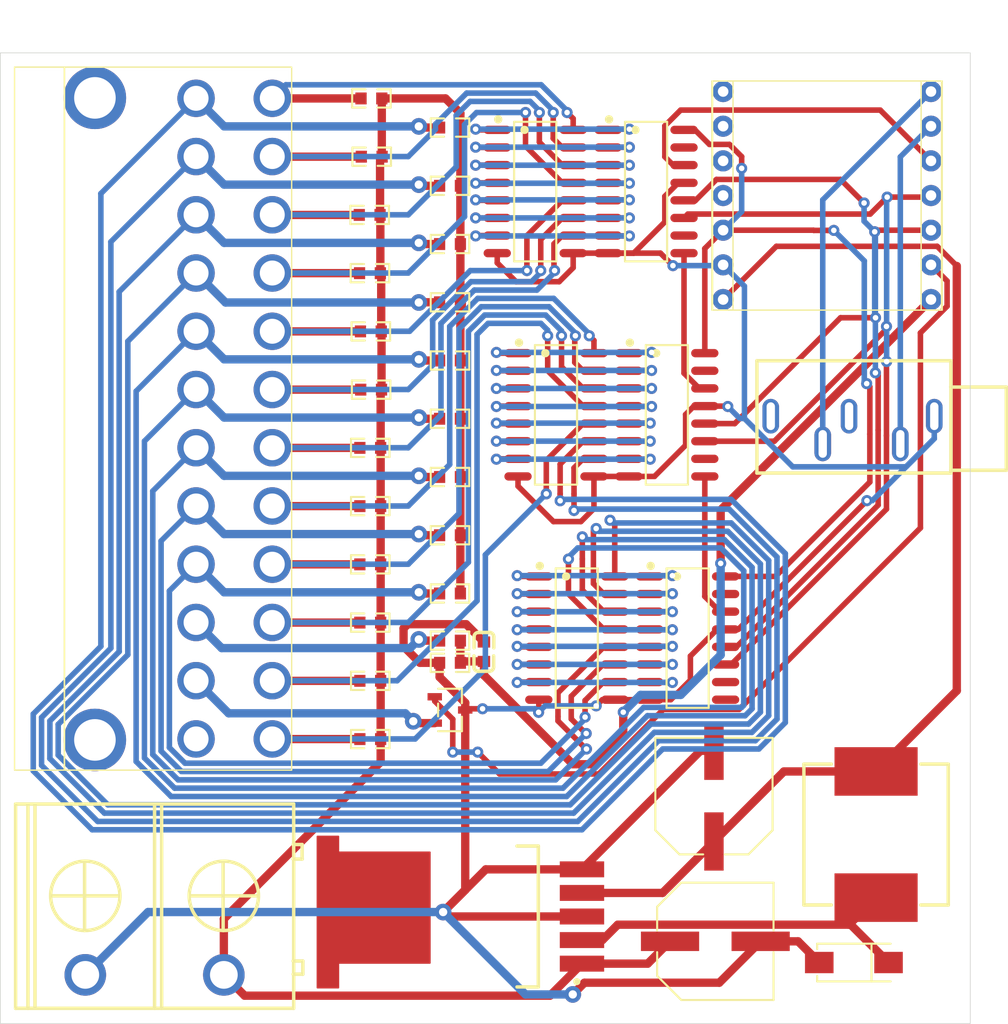
<source format=kicad_pcb>
(kicad_pcb (version 20240108) (generator "pcbnew") (generator_version "8.0")
  (layers (0 "F.Cu" signal) (31 "B.Cu" signal) (34 "B.Paste" user) (35 "F.Paste" user) (36 "B.SilkS" user "B.Silkscreen") (37 "F.SilkS" user "F.Silkscreen") (38 "B.Mask" user) (39 "F.Mask" user) (44 "Edge.Cuts" user))
  (net 0 "")
  (net 1 "GND")
  (net 2 "12V")
  (net 3 "5V")
  (net 4 "INTERIOR_3V3")
  (net 5 "Net-(D1-K)")
  (net 6 "HORN_3V3")
  (net 7 "HORN_12V")
  (net 8 "B1_12V")
  (net 9 "B2_12V")
  (net 10 "B3_12V")
  (net 11 "B4_12V")
  (net 12 "B5_12V")
  (net 13 "B6_12V")
  (net 14 "B7_12V")
  (net 15 "B8_12V")
  (net 16 "B9_12V")
  (net 17 "B10_12V")
  (net 18 "B11_12V")
  (net 19 "B12_12V")
  (net 20 "B13_12V")
  (net 21 "B14_12V")
  (net 22 "B15_12V")
  (net 23 "B16_12V")
  (net 24 "B17_12V")
  (net 25 "B18_12V")
  (net 26 "B19_12V")
  (net 27 "B20_12V")
  (net 28 "B21_12V")
  (net 29 "INTERIOR_12V")
  (net 31 "AUX_ANLG_1")
  (net 32 "DATA")
  (net 33 "3V3")
  (net 34 "AUX_ANLG_2")
  (net 36 "LATCH")
  (net 37 "CLOCK")
  (net 40 "Net-(U2-Q2)")
  (net 41 "Net-(U2-Q4)")
  (net 42 "Net-(U2-Q5)")
  (net 44 "Net-(U2-Q7S)")
  (net 45 "Net-(U2-Q1)")
  (net 46 "Net-(U2-Q7)")
  (net 47 "Net-(U2-Q3)")
  (net 48 "Net-(U2-Q6)")
  (net 50 "Net-(U4-Q4)")
  (net 52 "Net-(U4-Q7)")
  (net 53 "Net-(U4-Q6)")
  (net 54 "Net-(U4-Q7S)")
  (net 55 "Net-(U4-Q1)")
  (net 56 "Net-(U4-Q5)")
  (net 58 "Net-(U4-Q2)")
  (net 59 "Net-(U4-Q3)")
  (net 64 "Net-(U10-4B)")
  (net 65 "Net-(U10-3B)")
  (net 66 "Net-(U10-2B)")
  (net 68 "Net-(U10-6B)")
  (net 69 "Net-(U10-1B)")
  (net 70 "Net-(U10-5B)")
  (net 71 "Net-(U10-7B)")
  (footprint "custom:ATX-Sparkfun" (layer "F.Cu") (at 168.255 65.675 -90)
    (property "Reference" "U6" (hide yes))
    (property "Value" "ATX Power Supply Connector")
  )
  (footprint "easyeda2kicad:IND-SMD_L10.3-W10.3_1274AS-H-330M" (layer "F.Cu") (at 217.5 95.17 90)
    (property "Reference" "L1" (hide yes))
    (property "Value" "NBMC1045N-101M")
  )
  (footprint "easyeda2kicad:SOIC-16_L9.9-W3.9-P1.27-LS6.0-BL" (layer "F.Cu") (at 192.9 48.8025 -90)
    (property "Reference" "U3" (hide yes))
    (property "Value" "ULN2003ADR")
  )
  (footprint "easyeda2kicad:R0603" (layer "F.Cu") (at 180.974546 54.685)
    (property "Reference" "R4" (hide yes))
    (property "Value" "0603WAF1001T5E")
  )
  (footprint "easyeda2kicad:R0603" (layer "F.Cu") (at 180.995455 67.285)
    (property "Reference" "R7" (hide yes))
    (property "Value" "0603WAF1001T5E")
  )
  (footprint "easyeda2kicad:CAP-SMD_BD8.0-L8.3-W8.3-FD" (layer "F.Cu") (at 205.9 102.87)
    (property "Reference" "C1" (hide yes))
    (property "Value" "GVT1V227M0810CNVC")
  )
  (footprint "easyeda2kicad:R0603" (layer "F.Cu") (at 181.079091 42.085)
    (property "Reference" "R1" (hide yes))
    (property "Value" "0603WAF1001T5E")
  )
  (footprint "easyeda2kicad:R0603" (layer "F.Cu") (at 180.995455 84.085)
    (property "Reference" "R11" (hide yes))
    (property "Value" "0603WAF1001T5E")
  )
  (footprint "easyeda2kicad:CONN-TH_2P-P10.00_DBT10-10.0-2P-BK" (layer "F.Cu") (at 165.43 105.29 180)
    (property "Reference" "U7" (hide yes))
    (property "Value" "DBT10-10.0-2P-BK")
  )
  (footprint "easyeda2kicad:CAP-SMD_BD8.0-L8.3-W8.3-FD" (layer "F.Cu") (at 205.8 92.4 90)
    (property "Reference" "C2" (hide yes))
    (property "Value" "GVT1V227M0810CNVC")
  )
  (footprint "easyeda2kicad:SMA_L4.4-W2.8-LS5.4-R-RD" (layer "F.Cu") (at 215.9 104.4 180)
    (property "Reference" "D1" (hide yes))
    (property "Value" "SS54_C22452")
  )
  (footprint "easyeda2kicad:R0603" (layer "F.Cu") (at 180.995455 88.285)
    (property "Reference" "R12" (hide yes))
    (property "Value" "0603WAF1001T5E")
  )
  (footprint "easyeda2kicad:R0603" (layer "F.Cu") (at 180.995455 79.885)
    (property "Reference" "R10" (hide yes))
    (property "Value" "0603WAF1001T5E")
  )
  (footprint "easyeda2kicad:SOIC-16_L9.9-W3.9-P1.27-LS6.0-BL" (layer "F.Cu") (at 195.9 81.005 -90)
    (property "Reference" "U10" (hide yes))
    (property "Value" "ULN2003ADR")
  )
  (footprint "easyeda2kicad:R0603" (layer "F.Cu") (at 181.037273 58.885)
    (property "Reference" "R5" (hide yes))
    (property "Value" "0603WAF1001T5E")
  )
  (footprint "easyeda2kicad:AUDIO-TH_PJ-3850-5A" (layer "F.Cu") (at 215.8 66 180)
    (property "Reference" "U8" (hide yes))
    (property "Value" "PJ-3850-5A")
  )
  (footprint "easyeda2kicad:R0603" (layer "F.Cu") (at 186.75 60.985)
    (property "Reference" "R17" (hide yes))
    (property "Value" "0603WAF1001T5E")
  )
  (footprint "easyeda2kicad:R0603" (layer "F.Cu") (at 181.1 46.285)
    (property "Reference" "R2" (hide yes))
    (property "Value" "0603WAF1001T5E")
  )
  (footprint "easyeda2kicad:R0603" (layer "F.Cu") (at 186.75 77.785)
    (property "Reference" "R21" (hide yes))
    (property "Value" "0603WAF1001T5E")
  )
  (footprint "easyeda2kicad:SOIC-16_L9.9-W3.9-P1.27-LS6.0-BL" (layer "F.Cu") (at 194.4 64.905 -90)
    (property "Reference" "U5" (hide yes))
    (property "Value" "ULN2003ADR")
  )
  (footprint "easyeda2kicad:R0603" (layer "F.Cu") (at 180.995455 71.485)
    (property "Reference" "R8" (hide yes))
    (property "Value" "0603WAF1001T5E")
  )
  (footprint "easyeda2kicad:R0603" (layer "F.Cu") (at 186.75 65.185)
    (property "Reference" "R18" (hide yes))
    (property "Value" "0603WAF1001T5E")
  )
  (footprint "easyeda2kicad:C0603" (layer "F.Cu") (at 189.2 81.985 90)
    (property "Reference" "C3" (hide yes))
    (property "Value" "10uF")
  )
  (footprint "easyeda2kicad:TO-263-5_L10.2-W8.9-P1.70-TL" (layer "F.Cu") (at 191.265 101.08 180)
    (property "Reference" "U11" (hide yes))
    (property "Value" "LM2596SX-5.0/NOPB")
  )
  (footprint "easyeda2kicad:R0603" (layer "F.Cu") (at 186.75 69.385)
    (property "Reference" "R19" (hide yes))
    (property "Value" "0603WAF1001T5E")
  )
  (footprint "easyeda2kicad:SOIC-16_L9.9-W3.9-P1.27-LS6.0-BL" (layer "F.Cu") (at 202.4 64.905 -90)
    (property "Reference" "U4" (hide yes))
    (property "Value" "74HC595D,118")
  )
  (footprint "easyeda2kicad:R0603" (layer "F.Cu") (at 186.75 73.585)
    (property "Reference" "R20" (hide yes))
    (property "Value" "0603WAF1001T5E")
  )
  (footprint "easyeda2kicad:R0603" (layer "F.Cu") (at 186.75 81.185)
    (property "Reference" "R22" (hide yes))
    (property "Value" "2.2K")
  )
  (footprint "easyeda2kicad:R0603" (layer "F.Cu") (at 186.75 52.585)
    (property "Reference" "R15" (hide yes))
    (property "Value" "0603WAF1001T5E")
  )
  (footprint "easyeda2kicad:R0603" (layer "F.Cu") (at 180.995455 75.685)
    (property "Reference" "R9" (hide yes))
    (property "Value" "0603WAF1001T5E")
  )
  (footprint "easyeda2kicad:R0603" (layer "F.Cu") (at 186.75 44.185)
    (property "Reference" "R13" (hide yes))
    (property "Value" "0603WAF1001T5E")
  )
  (footprint "easyeda2kicad:R0603" (layer "F.Cu") (at 186.75 56.785)
    (property "Reference" "R16" (hide yes))
    (property "Value" "0603WAF1001T5E")
  )
  (footprint "easyeda2kicad:R0603" (layer "F.Cu") (at 180.953637 50.485)
    (property "Reference" "R3" (hide yes))
    (property "Value" "0603WAF1001T5E")
  )
  (footprint "easyeda2kicad:SOIC-16_L9.9-W3.9-P1.27-LS6.0-BL" (layer "F.Cu") (at 200.9 48.8025 -90)
    (property "Reference" "U2" (hide yes))
    (property "Value" "74HC595D,118")
  )
  (footprint "easyeda2kicad:R0603" (layer "F.Cu") (at 186.75 82.785 180)
    (property "Reference" "R23" (hide yes))
    (property "Value" "6.8K")
  )
  (footprint "custom:XIAO-ESP32-S3-MOUNT" (layer "F.Cu") (at 213.963 49.625 -90)
    (property "Reference" "U1" (hide yes))
    (property "Value" "MOUDLE-SEEEDUINO-XIAO-ESP32S3")
  )
  (footprint "easyeda2kicad:SOT-23-3_L3.0-W1.7-P0.95-LS2.9-BR" (layer "F.Cu") (at 186.75 86.185 180)
    (property "Reference" "Q1" (hide yes))
    (property "Value" "SI2301CDS-T1-GE3")
  )
  (footprint "easyeda2kicad:SOIC-16_L9.9-W3.9-P1.27-LS6.0-BL" (layer "F.Cu") (at 203.9 81.005 -90)
    (property "Reference" "U9" (hide yes))
    (property "Value" "74HC595D,118")
  )
  (footprint "easyeda2kicad:R0603" (layer "F.Cu") (at 181.058182 63.085)
    (property "Reference" "R6" (hide yes))
    (property "Value" "0603WAF1001T5E")
  )
  (footprint "easyeda2kicad:R0603" (layer "F.Cu") (at 186.75 48.385)
    (property "Reference" "R14" (hide yes))
    (property "Value" "0603WAF1001T5E")
  )
  (gr_rect (start 154.3 38.8) (end 224.3 108.8) (stroke (width 0.05)) (fill none) (layer "Edge.Cuts"))
  (segment (start 207.553628 80.375) (end 216.839314 71.089314) (width 0.4) (layer "F.Cu") (net 1))
  (segment (start 203.755 64.875) (end 204.355 64.275) (width 0.4) (layer "F.Cu") (net 1))
  (segment (start 196.2 72.6) (end 197.14 71.66) (width 0.4) (layer "F.Cu") (net 1))
  (segment (start 199.66 69.345) (end 201.504949 69.345) (width 0.4) (layer "F.Cu") (net 1))
  (segment (start 194.631371 55.3) (end 195.64 54.291371) (width 0.4) (layer "F.Cu") (net 1))
  (segment (start 187.85 90.6) (end 187.85 99.165) (width 0.6) (layer "F.Cu") (net 1))
  (segment (start 204.1 84.031371) (end 204.1 82.3) (width 0.4) (layer "F.Cu") (net 1))
  (segment (start 183.7 80) (end 183.4 80.3) (width 0.6) (layer "F.Cu") (net 1))
  (segment (start 204.355 64.275) (end 205.14 64.275) (width 0.4) (layer "F.Cu") (net 1))
  (segment (start 198.16 53.2425) (end 200.004949 53.2425) (width 0.4) (layer "F.Cu") (net 1))
  (segment (start 195.64 53.2425) (end 198.16 53.2425) (width 0.4) (layer "F.Cu") (net 1))
  (segment (start 191.66 69.345) (end 191.66 70.045) (width 0.4) (layer "F.Cu") (net 1))
  (segment (start 205.14 64.275) (end 206.775 64.275) (width 0.4) (layer "F.Cu") (net 1))
  (segment (start 193.16 86.34) (end 193.143897 86.356103) (width 0.4) (layer "F.Cu") (net 1))
  (segment (start 206.025 80.375) (end 206.64 80.375) (width 0.4) (layer "F.Cu") (net 1))
  (segment (start 201.16 85.445) (end 202.686371 85.445) (width 0.4) (layer "F.Cu") (net 1))
  (segment (start 195.64 54.291371) (end 195.64 53.2425) (width 0.4) (layer "F.Cu") (net 1))
  (segment (start 187.85 85.665) (end 187.85 86.185) (width 0.6) (layer "F.Cu") (net 1))
  (segment (start 196.275 97.68) (end 189.335 97.68) (width 0.6) (layer "F.Cu") (net 1))
  (segment (start 196.275 97.68) (end 204.825 89.13) (width 0.6) (layer "F.Cu") (net 1))
  (segment (start 183.4 81.6) (end 184.585 82.785) (width 0.6) (layer "F.Cu") (net 1))
  (segment (start 206.775 64.275) (end 206.8 64.3) (width 0.4) (layer "F.Cu") (net 1))
  (segment (start 209.17 102.87) (end 206.184998 105.855002) (width 0.6) (layer "F.Cu") (net 1))
  (segment (start 203.755 67.094949) (end 203.755 64.875) (width 0.4) (layer "F.Cu") (net 1))
  (segment (start 204.825 89.13) (end 205.8 89.13) (width 0.6) (layer "F.Cu") (net 1))
  (segment (start 186 82.785) (end 186 83.815) (width 0.6) (layer "F.Cu") (net 1))
  (segment (start 198.64 85.445) (end 201.16 85.445) (width 0.4) (layer "F.Cu") (net 1))
  (segment (start 202.255 49.142551) (end 203.225051 48.1725) (width 0.4) (layer "F.Cu") (net 1))
  (segment (start 189.2 81.285) (end 187.915 80) (width 0.6) (layer "F.Cu") (net 1))
  (segment (start 197.14 71.66) (end 197.14 69.345) (width 0.4) (layer "F.Cu") (net 1))
  (segment (start 190.16 53.2425) (end 190.16 53.9425) (width 0.4) (layer "F.Cu") (net 1))
  (segment (start 186 83.815) (end 187.85 85.665) (width 0.6) (layer "F.Cu") (net 1))
  (segment (start 187.935 86.1) (end 187.85 86.185) (width 0.4) (layer "F.Cu") (net 1))
  (segment (start 201.94 53.2425) (end 202.84 54.1425) (width 0.4) (layer "F.Cu") (net 1))
  (segment (start 194.215 72.6) (end 196.2 72.6) (width 0.4) (layer "F.Cu") (net 1))
  (segment (start 187.85 99.165) (end 186.255 100.76) (width 0.6) (layer "F.Cu") (net 1))
  (segment (start 198.64 85.445) (end 197.74495 85.445) (width 0.4) (layer "F.Cu") (net 1))
  (segment (start 204.1 82.3) (end 206.025 80.375) (width 0.4) (layer "F.Cu") (net 1))
  (segment (start 209.17 102.87) (end 211.87 102.87) (width 0.6) (layer "F.Cu") (net 1))
  (segment (start 206.64 80.375) (end 207.553628 80.375) (width 0.4) (layer "F.Cu") (net 1))
  (segment (start 187.85 86.185) (end 187.85 90.6) (width 0.6) (layer "F.Cu") (net 1))
  (segment (start 200.004949 53.2425) (end 202.255 50.992449) (width 0.4) (layer "F.Cu") (net 1))
  (segment (start 196.455633 105.855002) (end 195.610634 106.700001) (width 0.6) (layer "F.Cu") (net 1))
  (segment (start 202.686371 85.445) (end 204.1 84.031371) (width 0.4) (layer "F.Cu") (net 1))
  (segment (start 191.5175 55.3) (end 194.631371 55.3) (width 0.4) (layer "F.Cu") (net 1))
  (segment (start 198.16 53.2425) (end 201.94 53.2425) (width 0.4) (layer "F.Cu") (net 1))
  (segment (start 189.335 97.68) (end 186.255 100.76) (width 0.6) (layer "F.Cu") (net 1))
  (segment (start 186.255 100.76) (end 186.575 101.08) (width 0.6) (layer "F.Cu") (net 1))
  (segment (start 211.87 102.87) (end 213.4 104.4) (width 0.6) (layer "F.Cu") (net 1))
  (segment (start 189.1 86.1) (end 187.935 86.1) (width 0.4) (layer "F.Cu") (net 1))
  (segment (start 193.16 85.445) (end 193.16 86.34) (width 0.4) (layer "F.Cu") (net 1))
  (segment (start 183.4 80.3) (end 183.4 81.6) (width 0.6) (layer "F.Cu") (net 1))
  (segment (start 206.184998 105.855002) (end 196.455633 105.855002) (width 0.6) (layer "F.Cu") (net 1))
  (segment (start 191.66 70.045) (end 194.215 72.6) (width 0.4) (layer "F.Cu") (net 1))
  (segment (start 197.14 69.345) (end 199.66 69.345) (width 0.4) (layer "F.Cu") (net 1))
  (segment (start 197.74495 85.445) (end 197.300006 85.889944) (width 0.4) (layer "F.Cu") (net 1))
  (segment (start 186.575 101.08) (end 196.275 101.08) (width 0.6) (layer "F.Cu") (net 1))
  (segment (start 201.504949 69.345) (end 203.755 67.094949) (width 0.4) (layer "F.Cu") (net 1))
  (segment (start 184.585 82.785) (end 186 82.785) (width 0.6) (layer "F.Cu") (net 1))
  (segment (start 202.255 50.992449) (end 202.255 49.142551) (width 0.4) (layer "F.Cu") (net 1))
  (segment (start 190.16 53.9425) (end 191.5175 55.3) (width 0.4) (layer "F.Cu") (net 1))
  (segment (start 187.915 80) (end 183.7 80) (width 0.6) (layer "F.Cu") (net 1))
  (segment (start 203.225051 48.1725) (end 203.64 48.1725) (width 0.4) (layer "F.Cu") (net 1))
  (via (at 195.610634 106.700001) (size 1.2) (drill 0.6) (layers "F.Cu" "B.Cu") (net 1))
  (via (at 206.8 64.3) (size 0.8) (drill 0.4) (layers "F.Cu" "B.Cu") (net 1))
  (via (at 216.839314 71.089314) (size 0.8) (drill 0.4) (layers "F.Cu" "B.Cu") (net 1))
  (via (at 202.84 54.1425) (size 0.8) (drill 0.4) (layers "F.Cu" "B.Cu") (net 1))
  (via (at 197.300006 85.889944) (size 0.8) (drill 0.4) (layers "F.Cu" "B.Cu") (net 1))
  (via (at 186.255 100.76) (size 1.2) (drill 0.6) (layers "F.Cu" "B.Cu") (net 1))
  (via (at 193.143897 86.356103) (size 0.8) (drill 0.4) (layers "F.Cu" "B.Cu") (net 1))
  (via (at 189.1 86.1) (size 0.8) (drill 0.4) (layers "F.Cu" "B.Cu") (net 1))
  (segment (start 195.610634 106.700001) (end 192.195001 106.700001) (width 0.6) (layer "B.Cu") (net 1))
  (segment (start 211.485786 68.65) (end 208 65.164214) (width 0.4) (layer "B.Cu") (net 1))
  (segment (start 208 55.624) (end 206.463 54.087) (width 0.4) (layer "B.Cu") (net 1))
  (segment (start 221.7 66.614214) (end 221.7 65) (width 0.4) (layer "B.Cu") (net 1))
  (segment (start 208 65.164214) (end 208 55.624) (width 0.4) (layer "B.Cu") (net 1))
  (segment (start 206.8 64.3) (end 207.664214 65.164214) (width 0.4) (layer "B.Cu") (net 1))
  (segment (start 193.610056 85.889944) (end 193.143897 86.356103) (width 0.4) (layer "B.Cu") (net 1))
  (segment (start 216.839314 71.089314) (end 217.2249 71.089314) (width 0.4) (layer "B.Cu") (net 1))
  (segment (start 197.300006 85.889944) (end 193.610056 85.889944) (width 0.4) (layer "B.Cu") (net 1))
  (segment (start 219.664214 68.65) (end 211.485786 68.65) (width 0.4) (layer "B.Cu") (net 1))
  (segment (start 202.84 54.1425) (end 206.4075 54.1425) (width 0.4) (layer "B.Cu") (net 1))
  (segment (start 221.7 66.614214) (end 219.664214 68.65) (width 0.4) (layer "B.Cu") (net 1))
  (segment (start 164.96 100.76) (end 160.43 105.29) (width 0.6) (layer "B.Cu") (net 1))
  (segment (start 192.195001 106.700001) (end 186.255 100.76) (width 0.6) (layer "B.Cu") (net 1))
  (segment (start 206.4075 54.1425) (end 206.463 54.087) (width 0.4) (layer "B.Cu") (net 1))
  (segment (start 193.143897 86.356103) (end 192.887794 86.1) (width 0.4) (layer "B.Cu") (net 1))
  (segment (start 217.2249 71.089314) (end 221.7 66.614214) (width 0.4) (layer "B.Cu") (net 1))
  (segment (start 192.887794 86.1) (end 189.1 86.1) (width 0.4) (layer "B.Cu") (net 1))
  (segment (start 186.255 100.76) (end 164.96 100.76) (width 0.6) (layer "B.Cu") (net 1))
  (segment (start 207.664214 65.164214) (end 208 65.164214) (width 0.4) (layer "B.Cu") (net 1))
  (segment (start 181.745455 75.685) (end 181.745455 71.485) (width 0.6) (layer "F.Cu") (net 2))
  (segment (start 181.745455 79.885) (end 181.745455 75.685) (width 0.6) (layer "F.Cu") (net 2))
  (segment (start 187.5 73.585) (end 187.5 69.385) (width 0.6) (layer "F.Cu") (net 2))
  (segment (start 181.745455 88.285) (end 181.745455 89.938123) (width 0.6) (layer "F.Cu") (net 2))
  (segment (start 196.275 104.48) (end 193.965 106.79) (width 0.6) (layer "F.Cu") (net 2))
  (segment (start 181.745455 88.285) (end 181.745455 84.085) (width 0.6) (layer "F.Cu") (net 2))
  (segment (start 187.5 77.785) (end 187.5 73.585) (width 0.6) (layer "F.Cu") (net 2))
  (segment (start 181.724546 50.505909) (end 181.703637 50.485) (width 0.6) (layer "F.Cu") (net 2))
  (segment (start 181.745455 67.285) (end 181.745455 63.147727) (width 0.6) (layer "F.Cu") (net 2))
  (segment (start 181.703637 50.485) (end 181.703637 46.431363) (width 0.6) (layer "F.Cu") (net 2))
  (segment (start 181.808182 58.905909) (end 181.787273 58.885) (width 0.6) (layer "F.Cu") (net 2))
  (segment (start 181.787273 54.747727) (end 181.724546 54.685) (width 0.6) (layer "F.Cu") (net 2))
  (segment (start 181.829091 42.085) (end 181.829091 46.264091) (width 0.6) (layer "F.Cu") (net 2))
  (segment (start 170.43 101.253578) (end 170.43 105.29) (width 0.6) (layer "F.Cu") (net 2))
  (segment (start 187.5 65.185) (end 187.5 60.985) (width 0.6) (layer "F.Cu") (net 2))
  (segment (start 187.5 44.185) (end 187.5 43.155) (width 0.6) (layer "F.Cu") (net 2))
  (segment (start 202.63 102.87) (end 201.02 104.48) (width 0.6) (layer "F.Cu") (net 2))
  (segment (start 186.43 42.085) (end 181.829091 42.085) (width 0.6) (layer "F.Cu") (net 2))
  (segment (start 181.808182 63.085) (end 181.808182 58.905909) (width 0.6) (layer "F.Cu") (net 2))
  (segment (start 187.5 52.585) (end 187.5 48.385) (width 0.6) (layer "F.Cu") (net 2))
  (segment (start 181.745455 89.938123) (end 170.43 101.253578) (width 0.6) (layer "F.Cu") (net 2))
  (segment (start 187.5 65.185) (end 187.5 69.385) (width 0.6) (layer "F.Cu") (net 2))
  (segment (start 187.5 43.155) (end 186.43 42.085) (width 0.6) (layer "F.Cu") (net 2))
  (segment (start 181.745455 63.147727) (end 181.808182 63.085) (width 0.6) (layer "F.Cu") (net 2))
  (segment (start 181.787273 58.885) (end 181.787273 54.747727) (width 0.6) (layer "F.Cu") (net 2))
  (segment (start 187.5 60.985) (end 187.5 56.785) (width 0.6) (layer "F.Cu") (net 2))
  (segment (start 187.5 48.385) (end 187.5 44.185) (width 0.6) (layer "F.Cu") (net 2))
  (segment (start 187.5 56.785) (end 187.5 52.585) (width 0.6) (layer "F.Cu") (net 2))
  (segment (start 181.829091 46.264091) (end 181.85 46.285) (width 0.6) (layer "F.Cu") (net 2))
  (segment (start 171.93 106.79) (end 170.43 105.29) (width 0.6) (layer "F.Cu") (net 2))
  (segment (start 181.703637 46.431363) (end 181.85 46.285) (width 0.6) (layer "F.Cu") (net 2))
  (segment (start 201.02 104.48) (end 196.275 104.48) (width 0.6) (layer "F.Cu") (net 2))
  (segment (start 193.965 106.79) (end 171.93 106.79) (width 0.6) (layer "F.Cu") (net 2))
  (segment (start 181.745455 84.085) (end 181.745455 79.885) (width 0.6) (layer "F.Cu") (net 2))
  (segment (start 181.724546 54.685) (end 181.724546 50.505909) (width 0.6) (layer "F.Cu") (net 2))
  (segment (start 181.745455 71.485) (end 181.745455 67.285) (width 0.6) (layer "F.Cu") (net 2))
  (segment (start 196.275 99.38) (end 202.09 99.38) (width 0.6) (layer "F.Cu") (net 3))
  (segment (start 223.325 84.795) (end 223.325 54.164262) (width 0.6) (layer "F.Cu") (net 3))
  (segment (start 217.5 90.62) (end 223.325 84.795) (width 0.6) (layer "F.Cu") (net 3))
  (segment (start 202.09 99.38) (end 205.8 95.67) (width 0.6) (layer "F.Cu") (net 3))
  (segment (start 210.301 52.749) (end 221.909738 52.749) (width 0.4) (layer "F.Cu") (net 3))
  (segment (start 206.463 56.587) (end 210.301 52.749) (width 0.4) (layer "F.Cu") (net 3))
  (segment (start 221.909738 52.749) (end 223.325 54.164262) (width 0.4) (layer "F.Cu") (net 3))
  (segment (start 210.85 90.62) (end 205.8 95.67) (width 0.6) (layer "F.Cu") (net 3))
  (segment (start 217.5 90.62) (end 210.85 90.62) (width 0.6) (layer "F.Cu") (net 3))
  (segment (start 197.2 90.1) (end 199.255001 88.044999) (width 0.6) (layer "F.Cu") (net 4))
  (segment (start 206.284314 75.615686) (end 206.284314 71.765686) (width 0.6) (layer "F.Cu") (net 4))
  (segment (start 206.284314 71.765686) (end 221.463 56.587) (width 0.6) (layer "F.Cu") (net 4))
  (segment (start 187.6 82.685) (end 187.5 82.785) (width 0.6) (layer "F.Cu") (net 4))
  (segment (start 187.5 81.185) (end 187.5 82.785) (width 0.6) (layer "F.Cu") (net 4))
  (segment (start 189.2 83.685) (end 195.615 90.1) (width 0.6) (layer "F.Cu") (net 4))
  (segment (start 189.2 82.685) (end 187.6 82.685) (width 0.6) (layer "F.Cu") (net 4))
  (segment (start 199.255001 88.044999) (end 199.255001 86.344999) (width 0.6) (layer "F.Cu") (net 4))
  (segment (start 189.2 82.685) (end 189.2 83.685) (width 0.6) (layer "F.Cu") (net 4))
  (segment (start 195.615 90.1) (end 197.2 90.1) (width 0.6) (layer "F.Cu") (net 4))
  (via (at 206.284314 75.615686) (size 0.8) (drill 0.4) (layers "F.Cu" "B.Cu") (net 4))
  (via (at 199.255001 86.344999) (size 0.8) (drill 0.4) (layers "F.Cu" "B.Cu") (net 4))
  (segment (start 199.255001 86.344999) (end 200.5 85.1) (width 0.6) (layer "B.Cu") (net 4))
  (segment (start 206.284314 82.220303) (end 206.284314 75.615686) (width 0.6) (layer "B.Cu") (net 4))
  (segment (start 200.5 85.1) (end 203.404617 85.1) (width 0.6) (layer "B.Cu") (net 4))
  (segment (start 203.404617 85.1) (end 206.284314 82.220303) (width 0.6) (layer "B.Cu") (net 4))
  (segment (start 196.275 102.78) (end 197.75 102.78) (width 0.6) (layer "F.Cu") (net 5))
  (segment (start 215.55 101.67) (end 217.5 99.72) (width 0.6) (layer "F.Cu") (net 5))
  (segment (start 197.75 102.78) (end 198.86 101.67) (width 0.6) (layer "F.Cu") (net 5))
  (segment (start 215.67 101.67) (end 215.55 101.67) (width 0.6) (layer "F.Cu") (net 5))
  (segment (start 218.4 104.4) (end 215.67 101.67) (width 0.6) (layer "F.Cu") (net 5))
  (segment (start 198.86 101.67) (end 215.55 101.67) (width 0.6) (layer "F.Cu") (net 5))
  (segment (start 222.625 55.249) (end 221.463 54.087) (width 0.4) (layer "F.Cu") (net 6))
  (segment (start 190.325 90.8) (end 197.48995 90.8) (width 0.4) (layer "F.Cu") (net 6))
  (segment (start 188.75 89.225) (end 190.325 90.8) (width 0.4) (layer "F.Cu") (net 6))
  (segment (start 220.7 73.059949) (end 220.7 58.993317) (width 0.4) (layer "F.Cu") (net 6))
  (segment (start 207.614949 86.145) (end 220.7 73.059949) (width 0.4) (layer "F.Cu") (net 6))
  (segment (start 197.48995 90.8) (end 202.14495 86.145) (width 0.4) (layer "F.Cu") (net 6))
  (segment (start 186.95 86.85) (end 186.95 89.225) (width 0.4) (layer "F.Cu") (net 6))
  (segment (start 220.7 58.993317) (end 222.625 57.068317) (width 0.4) (layer "F.Cu") (net 6))
  (segment (start 185.65 85.55) (end 186.95 86.85) (width 0.4) (layer "F.Cu") (net 6))
  (segment (start 222.625 57.068317) (end 222.625 55.249) (width 0.4) (layer "F.Cu") (net 6))
  (segment (start 202.14495 86.145) (end 207.614949 86.145) (width 0.4) (layer "F.Cu") (net 6))
  (segment (start 185.65 85.235) (end 185.65 85.55) (width 0.4) (layer "F.Cu") (net 6))
  (via (at 188.75 89.225) (size 0.8) (drill 0.4) (layers "F.Cu" "B.Cu") (net 6))
  (via (at 186.95 89.225) (size 0.8) (drill 0.4) (layers "F.Cu" "B.Cu") (net 6))
  (segment (start 186.95 89.225) (end 188.75 89.225) (width 0.4) (layer "B.Cu") (net 6))
  (segment (start 185.65 87.135) (end 184.235 87.135) (width 0.6) (layer "F.Cu") (net 7))
  (segment (start 184.235 87.135) (end 184.1 87) (width 0.6) (layer "F.Cu") (net 7))
  (via (at 184.1 87) (size 1.2) (drill 0.6) (layers "F.Cu" "B.Cu") (net 7))
  (segment (start 170.775 86.425) (end 168.425 84.075) (width 0.6) (layer "B.Cu") (net 7))
  (segment (start 183.525 86.425) (end 170.775 86.425) (width 0.6) (layer "B.Cu") (net 7))
  (segment (start 184.1 87) (end 183.525 86.425) (width 0.6) (layer "B.Cu") (net 7))
  (segment (start 180.329091 42.085) (end 173.935 42.085) (width 0.6) (layer "F.Cu") (net 8))
  (segment (start 195.64 43.539997) (end 195.200003 43.1) (width 0.4) (layer "F.Cu") (net 8))
  (segment (start 173.935 42.085) (end 173.925 42.075) (width 0.6) (layer "F.Cu") (net 8))
  (segment (start 195.64 44.3525) (end 195.64 43.539997) (width 0.4) (layer "F.Cu") (net 8))
  (via (at 195.200003 43.1) (size 0.8) (drill 0.4) (layers "F.Cu" "B.Cu") (net 8))
  (segment (start 195.200003 43.1) (end 195.200003 42.968632) (width 0.4) (layer "B.Cu") (net 8))
  (segment (start 174.9 41.1) (end 173.925 42.075) (width 0.4) (layer "B.Cu") (net 8))
  (segment (start 195.200003 42.968632) (end 193.331371 41.1) (width 0.4) (layer "B.Cu") (net 8))
  (segment (start 193.331371 41.1) (end 174.9 41.1) (width 0.4) (layer "B.Cu") (net 8))
  (segment (start 195.64 45.6225) (end 194.855 45.6225) (width 0.4) (layer "F.Cu") (net 9))
  (segment (start 173.935 46.285) (end 173.925 46.275) (width 0.6) (layer "F.Cu") (net 9))
  (segment (start 194.2 44.9675) (end 194.2 43.1) (width 0.4) (layer "F.Cu") (net 9))
  (segment (start 180.35 46.285) (end 173.935 46.285) (width 0.6) (layer "F.Cu") (net 9))
  (segment (start 194.855 45.6225) (end 194.2 44.9675) (width 0.4) (layer "F.Cu") (net 9))
  (via (at 194.2 43.1) (size 0.8) (drill 0.4) (layers "F.Cu" "B.Cu") (net 9))
  (segment (start 192.931368 41.7) (end 187.951472 41.7) (width 0.4) (layer "B.Cu") (net 9))
  (segment (start 185.7 44.314214) (end 183.739214 46.275) (width 0.4) (layer "B.Cu") (net 9))
  (segment (start 194.2 43.1) (end 194.2 42.968632) (width 0.4) (layer "B.Cu") (net 9))
  (segment (start 194.2 42.968632) (end 192.931368 41.7) (width 0.4) (layer "B.Cu") (net 9))
  (segment (start 183.739214 46.275) (end 173.925 46.275) (width 0.4) (layer "B.Cu") (net 9))
  (segment (start 187.951472 41.7) (end 185.7 43.951472) (width 0.4) (layer "B.Cu") (net 9))
  (segment (start 185.7 43.951472) (end 185.7 44.314214) (width 0.4) (layer "B.Cu") (net 9))
  (segment (start 194.855 46.8925) (end 193.199997 45.237497) (width 0.4) (layer "F.Cu") (net 10))
  (segment (start 195.64 46.8925) (end 194.855 46.8925) (width 0.4) (layer "F.Cu") (net 10))
  (segment (start 173.935 50.485) (end 173.925 50.475) (width 0.6) (layer "F.Cu") (net 10))
  (segment (start 180.203637 50.485) (end 173.935 50.485) (width 0.6) (layer "F.Cu") (net 10))
  (segment (start 193.199997 45.237497) (end 193.199997 43.1) (width 0.4) (layer "F.Cu") (net 10))
  (via (at 193.199997 43.1) (size 0.8) (drill 0.4) (layers "F.Cu" "B.Cu") (net 10))
  (segment (start 183.739214 50.475) (end 173.925 50.475) (width 0.4) (layer "B.Cu") (net 10))
  (segment (start 187.2 43.3) (end 187.2 47.014214) (width 0.4) (layer "B.Cu") (net 10))
  (segment (start 192.531365 42.3) (end 188.2 42.3) (width 0.4) (layer "B.Cu") (net 10))
  (segment (start 193.199997 42.968632) (end 192.531365 42.3) (width 0.4) (layer "B.Cu") (net 10))
  (segment (start 188.2 42.3) (end 187.2 43.3) (width 0.4) (layer "B.Cu") (net 10))
  (segment (start 193.199997 43.1) (end 193.199997 42.968632) (width 0.4) (layer "B.Cu") (net 10))
  (segment (start 187.2 47.014214) (end 183.739214 50.475) (width 0.4) (layer "B.Cu") (net 10))
  (segment (start 195.64 48.1725) (end 194.855 48.1725) (width 0.4) (layer "F.Cu") (net 11))
  (segment (start 180.224546 54.685) (end 173.935 54.685) (width 0.6) (layer "F.Cu") (net 11))
  (segment (start 192.199994 45.517494) (end 192.199994 43.1) (width 0.4) (layer "F.Cu") (net 11))
  (segment (start 194.855 48.1725) (end 192.199994 45.517494) (width 0.4) (layer "F.Cu") (net 11))
  (segment (start 173.935 54.685) (end 173.925 54.675) (width 0.6) (layer "F.Cu") (net 11))
  (via (at 192.199994 43.1) (size 0.8) (drill 0.4) (layers "F.Cu" "B.Cu") (net 11))
  (segment (start 187.8 50.614214) (end 183.739214 54.675) (width 0.4) (layer "B.Cu") (net 11))
  (segment (start 187.8 43.968629) (end 187.8 50.614214) (width 0.4) (layer "B.Cu") (net 11))
  (segment (start 183.739214 54.675) (end 173.925 54.675) (width 0.4) (layer "B.Cu") (net 11))
  (segment (start 188.668629 43.1) (end 187.8 43.968629) (width 0.4) (layer "B.Cu") (net 11))
  (segment (start 192.199994 43.1) (end 188.668629 43.1) (width 0.4) (layer "B.Cu") (net 11))
  (segment (start 173.935 58.885) (end 173.925 58.875) (width 0.6) (layer "F.Cu") (net 12))
  (segment (start 180.287273 58.885) (end 173.935 58.885) (width 0.6) (layer "F.Cu") (net 12))
  (segment (start 194.855 49.4325) (end 192.299994 51.987506) (width 0.4) (layer "F.Cu") (net 12))
  (segment (start 195.64 49.4325) (end 194.855 49.4325) (width 0.4) (layer "F.Cu") (net 12))
  (segment (start 192.299994 51.987506) (end 192.299994 54.5) (width 0.4) (layer "F.Cu") (net 12))
  (via (at 192.299994 54.5) (size 0.8) (drill 0.4) (layers "F.Cu" "B.Cu") (net 12))
  (segment (start 192.299994 54.5) (end 188.214214 54.5) (width 0.4) (layer "B.Cu") (net 12))
  (segment (start 188.214214 54.5) (end 183.839214 58.875) (width 0.4) (layer "B.Cu") (net 12))
  (segment (start 183.839214 58.875) (end 173.925 58.875) (width 0.4) (layer "B.Cu") (net 12))
  (segment (start 194.855 50.7025) (end 193.299997 52.257503) (width 0.4) (layer "F.Cu") (net 13))
  (segment (start 180.308182 63.085) (end 173.935 63.085) (width 0.6) (layer "F.Cu") (net 13))
  (segment (start 195.64 50.7025) (end 194.855 50.7025) (width 0.4) (layer "F.Cu") (net 13))
  (segment (start 193.299997 52.257503) (end 193.299997 54.5) (width 0.4) (layer "F.Cu") (net 13))
  (segment (start 173.935 63.085) (end 173.925 63.075) (width 0.6) (layer "F.Cu") (net 13))
  (via (at 193.299997 54.5) (size 0.8) (drill 0.4) (layers "F.Cu" "B.Cu") (net 13))
  (segment (start 185.5 61.314214) (end 183.739214 63.075) (width 0.4) (layer "B.Cu") (net 13))
  (segment (start 192.631365 55.3) (end 188.262742 55.3) (width 0.4) (layer "B.Cu") (net 13))
  (segment (start 193.299997 54.631368) (end 192.631365 55.3) (width 0.4) (layer "B.Cu") (net 13))
  (segment (start 188.262742 55.3) (end 185.481371 58.081371) (width 0.4) (layer "B.Cu") (net 13))
  (segment (start 185.5 58.1) (end 185.5 61.314214) (width 0.4) (layer "B.Cu") (net 13))
  (segment (start 183.739214 63.075) (end 173.925 63.075) (width 0.4) (layer "B.Cu") (net 13))
  (segment (start 193.299997 54.5) (end 193.299997 54.631368) (width 0.4) (layer "B.Cu") (net 13))
  (segment (start 185.481371 58.081371) (end 185.5 58.1) (width 0.4) (layer "B.Cu") (net 13))
  (segment (start 180.245455 67.285) (end 173.935 67.285) (width 0.6) (layer "F.Cu") (net 14))
  (segment (start 194.255 54.455) (end 194.3 54.5) (width 0.4) (layer "F.Cu") (net 14))
  (segment (start 173.935 67.285) (end 173.925 67.275) (width 0.6) (layer "F.Cu") (net 14))
  (segment (start 194.255 52.5725) (end 194.255 54.455) (width 0.4) (layer "F.Cu") (net 14))
  (segment (start 195.64 51.9725) (end 194.855 51.9725) (width 0.4) (layer "F.Cu") (net 14))
  (segment (start 194.855 51.9725) (end 194.255 52.5725) (width 0.4) (layer "F.Cu") (net 14))
  (via (at 194.3 54.5) (size 0.8) (drill 0.4) (layers "F.Cu" "B.Cu") (net 14))
  (segment (start 186.1 64.914214) (end 183.739214 67.275) (width 0.4) (layer "B.Cu") (net 14))
  (segment (start 186.1 58.31127) (end 186.1 64.914214) (width 0.4) (layer "B.Cu") (net 14))
  (segment (start 188.505635 55.905635) (end 186.1 58.31127) (width 0.4) (layer "B.Cu") (net 14))
  (segment (start 194.3 54.5) (end 194.3 54.631368) (width 0.4) (layer "B.Cu") (net 14))
  (segment (start 193.025733 55.905635) (end 188.505635 55.905635) (width 0.4) (layer "B.Cu") (net 14))
  (segment (start 194.3 54.631368) (end 193.025733 55.905635) (width 0.4) (layer "B.Cu") (net 14))
  (segment (start 183.739214 67.275) (end 173.925 67.275) (width 0.4) (layer "B.Cu") (net 14))
  (segment (start 173.935 71.485) (end 173.925 71.475) (width 0.6) (layer "F.Cu") (net 15))
  (segment (start 197.14 59.539997) (end 196.800003 59.2) (width 0.4) (layer "F.Cu") (net 15))
  (segment (start 180.245455 71.485) (end 173.935 71.485) (width 0.6) (layer "F.Cu") (net 15))
  (segment (start 197.14 60.455) (end 197.14 59.539997) (width 0.4) (layer "F.Cu") (net 15))
  (via (at 196.800003 59.2) (size 0.8) (drill 0.4) (layers "F.Cu" "B.Cu") (net 15))
  (segment (start 194.237006 56.505635) (end 188.754163 56.505635) (width 0.4) (layer "B.Cu") (net 15))
  (segment (start 196.800003 59.068632) (end 194.237006 56.505635) (width 0.4) (layer "B.Cu") (net 15))
  (segment (start 196.800003 59.2) (end 196.800003 59.068632) (width 0.4) (layer "B.Cu") (net 15))
  (segment (start 188.754163 56.505635) (end 186.729899 58.529899) (width 0.4) (layer "B.Cu") (net 15))
  (segment (start 186.729899 58.529899) (end 186.729899 68.484315) (width 0.4) (layer "B.Cu") (net 15))
  (segment (start 183.739214 71.475) (end 173.925 71.475) (width 0.4) (layer "B.Cu") (net 15))
  (segment (start 186.729899 68.484315) (end 183.739214 71.475) (width 0.4) (layer "B.Cu") (net 15))
  (segment (start 173.935 75.685) (end 173.925 75.675) (width 0.6) (layer "F.Cu") (net 16))
  (segment (start 195.755 59.245) (end 195.8 59.2) (width 0.4) (layer "F.Cu") (net 16))
  (segment (start 197.14 61.725) (end 196.355 61.725) (width 0.4) (layer "F.Cu") (net 16))
  (segment (start 180.245455 75.685) (end 173.935 75.685) (width 0.6) (layer "F.Cu") (net 16))
  (segment (start 196.355 61.725) (end 195.755 61.125) (width 0.4) (layer "F.Cu") (net 16))
  (segment (start 195.755 61.125) (end 195.755 59.245) (width 0.4) (layer "F.Cu") (net 16))
  (via (at 195.8 59.2) (size 0.8) (drill 0.4) (layers "F.Cu" "B.Cu") (net 16))
  (segment (start 193.9 57.105635) (end 189.002691 57.105635) (width 0.4) (layer "B.Cu") (net 16))
  (segment (start 187.404163 72.010051) (end 183.739214 75.675) (width 0.4) (layer "B.Cu") (net 16))
  (segment (start 195.8 59.2) (end 195.8 59.005635) (width 0.4) (layer "B.Cu") (net 16))
  (segment (start 189.002691 57.105635) (end 187.404163 58.704163) (width 0.4) (layer "B.Cu") (net 16))
  (segment (start 187.404163 58.704163) (end 187.404163 72.010051) (width 0.4) (layer "B.Cu") (net 16))
  (segment (start 183.739214 75.675) (end 173.925 75.675) (width 0.4) (layer "B.Cu") (net 16))
  (segment (start 195.8 59.005635) (end 193.9 57.105635) (width 0.4) (layer "B.Cu") (net 16))
  (segment (start 180.245455 79.885) (end 173.935 79.885) (width 0.6) (layer "F.Cu") (net 17))
  (segment (start 173.935 79.885) (end 173.925 79.875) (width 0.6) (layer "F.Cu") (net 17))
  (segment (start 196.355 62.995) (end 194.799997 61.439997) (width 0.4) (layer "F.Cu") (net 17))
  (segment (start 194.799997 61.439997) (end 194.799997 59.2) (width 0.4) (layer "F.Cu") (net 17))
  (segment (start 197.14 62.995) (end 196.355 62.995) (width 0.4) (layer "F.Cu") (net 17))
  (via (at 194.799997 59.2) (size 0.8) (drill 0.4) (layers "F.Cu" "B.Cu") (net 17))
  (segment (start 188.078427 75.535787) (end 183.739214 79.875) (width 0.4) (layer "B.Cu") (net 17))
  (segment (start 189.251219 57.705635) (end 188.078427 58.878427) (width 0.4) (layer "B.Cu") (net 17))
  (segment (start 194.799997 59.2) (end 194.799997 58.85416) (width 0.4) (layer "B.Cu") (net 17))
  (segment (start 194.799997 58.85416) (end 193.651472 57.705635) (width 0.4) (layer "B.Cu") (net 17))
  (segment (start 193.651472 57.705635) (end 189.251219 57.705635) (width 0.4) (layer "B.Cu") (net 17))
  (segment (start 188.078427 58.878427) (end 188.078427 75.535787) (width 0.4) (layer "B.Cu") (net 17))
  (segment (start 183.739214 79.875) (end 173.925 79.875) (width 0.4) (layer "B.Cu") (net 17))
  (segment (start 193.799994 61.719994) (end 193.799994 59.2) (width 0.4) (layer "F.Cu") (net 18))
  (segment (start 173.935 84.085) (end 173.925 84.075) (width 0.6) (layer "F.Cu") (net 18))
  (segment (start 196.355 64.275) (end 193.799994 61.719994) (width 0.4) (layer "F.Cu") (net 18))
  (segment (start 197.14 64.275) (end 196.355 64.275) (width 0.4) (layer "F.Cu") (net 18))
  (segment (start 180.245455 84.085) (end 173.935 84.085) (width 0.6) (layer "F.Cu") (net 18))
  (via (at 193.799994 59.2) (size 0.8) (drill 0.4) (layers "F.Cu" "B.Cu") (net 18))
  (segment (start 193.305635 58.305635) (end 189.499747 58.305635) (width 0.4) (layer "B.Cu") (net 18))
  (segment (start 182.939214 84.075) (end 173.925 84.075) (width 0.4) (layer "B.Cu") (net 18))
  (segment (start 193.799994 58.799994) (end 193.305635 58.305635) (width 0.4) (layer "B.Cu") (net 18))
  (segment (start 188.702691 59.102691) (end 188.702691 78.311523) (width 0.4) (layer "B.Cu") (net 18))
  (segment (start 189.499747 58.305635) (end 188.702691 59.102691) (width 0.4) (layer "B.Cu") (net 18))
  (segment (start 193.799994 59.2) (end 193.799994 58.799994) (width 0.4) (layer "B.Cu") (net 18))
  (segment (start 188.702691 78.311523) (end 182.939214 84.075) (width 0.4) (layer "B.Cu") (net 18))
  (segment (start 193.699994 68.190006) (end 193.699994 70.6) (width 0.4) (layer "F.Cu") (net 19))
  (segment (start 197.14 65.535) (end 196.355 65.535) (width 0.4) (layer "F.Cu") (net 19))
  (segment (start 180.245455 88.285) (end 173.935 88.285) (width 0.6) (layer "F.Cu") (net 19))
  (segment (start 173.935 88.285) (end 173.925 88.275) (width 0.6) (layer "F.Cu") (net 19))
  (segment (start 196.355 65.535) (end 193.699994 68.190006) (width 0.4) (layer "F.Cu") (net 19))
  (via (at 193.699994 70.6) (size 0.8) (drill 0.4) (layers "F.Cu" "B.Cu") (net 19))
  (segment (start 193.699994 70.6) (end 189.302691 74.997303) (width 0.4) (layer "B.Cu") (net 19))
  (segment (start 189.302691 83.211523) (end 184.239214 88.275) (width 0.4) (layer "B.Cu") (net 19))
  (segment (start 184.239214 88.275) (end 173.925 88.275) (width 0.4) (layer "B.Cu") (net 19))
  (segment (start 189.302691 74.997303) (end 189.302691 83.211523) (width 0.4) (layer "B.Cu") (net 19))
  (segment (start 194.7 70.9) (end 194.7 71.1) (width 0.4) (layer "F.Cu") (net 20))
  (segment (start 196.355 66.805) (end 194.699997 68.460003) (width 0.4) (layer "F.Cu") (net 20))
  (segment (start 186 44.185) (end 184.585 44.185) (width 0.6) (layer "F.Cu") (net 20))
  (segment (start 184.585 44.185) (end 184.5 44.1) (width 0.6) (layer "F.Cu") (net 20))
  (segment (start 194.699997 70.6) (end 194.699997 70.899997) (width 0.4) (layer "F.Cu") (net 20))
  (segment (start 194.699997 68.460003) (end 194.699997 70.6) (width 0.4) (layer "F.Cu") (net 20))
  (segment (start 197.14 66.805) (end 196.355 66.805) (width 0.4) (layer "F.Cu") (net 20))
  (segment (start 194.699997 70.899997) (end 194.7 70.9) (width 0.4) (layer "F.Cu") (net 20))
  (via (at 184.5 44.1) (size 1.2) (drill 0.6) (layers "F.Cu" "B.Cu") (net 20))
  (via (at 194.7 71.1) (size 0.8) (drill 0.4) (layers "F.Cu" "B.Cu") (net 20))
  (segment (start 210.95 74.90736) (end 210.95 87.09264) (width 0.4) (layer "B.Cu") (net 20))
  (segment (start 194.7 71.1) (end 194.8 71) (width 0.4) (layer "B.Cu") (net 20))
  (segment (start 194.8 71) (end 207.04264 71) (width 0.4) (layer "B.Cu") (net 20))
  (segment (start 161.554416 81.6) (end 161.554416 48.945584) (width 0.4) (layer "B.Cu") (net 20))
  (segment (start 210.95 87.09264) (end 209.04264 89) (width 0.4) (layer "B.Cu") (net 20))
  (segment (start 209.04264 89) (end 202.1 89) (width 0.4) (layer "B.Cu") (net 20))
  (segment (start 202.1 89) (end 196.275 94.825) (width 0.4) (layer "B.Cu") (net 20))
  (segment (start 161.554416 48.945584) (end 168.425 42.075) (width 0.4) (layer "B.Cu") (net 20))
  (segment (start 160.925 94.825) (end 156.675 90.575) (width 0.4) (layer "B.Cu") (net 20))
  (segment (start 207.04264 71) (end 210.95 74.90736) (width 0.4) (layer "B.Cu") (net 20))
  (segment (start 156.675 86.479416) (end 161.554416 81.6) (width 0.4) (layer "B.Cu") (net 20))
  (segment (start 170.45 44.1) (end 168.425 42.075) (width 0.6) (layer "B.Cu") (net 20))
  (segment (start 156.675 90.575) (end 156.675 86.479416) (width 0.4) (layer "B.Cu") (net 20))
  (segment (start 184.5 44.1) (end 170.45 44.1) (width 0.6) (layer "B.Cu") (net 20))
  (segment (start 196.275 94.825) (end 160.925 94.825) (width 0.4) (layer "B.Cu") (net 20))
  (segment (start 195.7 70.6) (end 195.7 71.8) (width 0.4) (layer "F.Cu") (net 21))
  (segment (start 195.7 68.73) (end 195.7 70.6) (width 0.4) (layer "F.Cu") (net 21))
  (segment (start 184.585 48.385) (end 184.5 48.3) (width 0.6) (layer "F.Cu") (net 21))
  (segment (start 196.355 68.075) (end 195.7 68.73) (width 0.4) (layer "F.Cu") (net 21))
  (segment (start 186 48.385) (end 184.585 48.385) (width 0.6) (layer "F.Cu") (net 21))
  (segment (start 197.14 68.075) (end 196.355 68.075) (width 0.4) (layer "F.Cu") (net 21))
  (via (at 184.5 48.3) (size 1.2) (drill 0.6) (layers "F.Cu" "B.Cu") (net 21))
  (via (at 195.7 71.8) (size 0.8) (drill 0.4) (layers "F.Cu" "B.Cu") (net 21))
  (segment (start 157.275 90.175) (end 157.275 86.727944) (width 0.4) (layer "B.Cu") (net 21))
  (segment (start 208.794112 88.4) (end 201.8 88.4) (width 0.4) (layer "B.Cu") (net 21))
  (segment (start 195.7 71.8) (end 195.8 71.7) (width 0.4) (layer "B.Cu") (net 21))
  (segment (start 170.45 48.3) (end 168.425 46.275) (width 0.6) (layer "B.Cu") (net 21))
  (segment (start 201.8 88.4) (end 195.975 94.225) (width 0.4) (layer "B.Cu") (net 21))
  (segment (start 195.975 94.225) (end 161.325 94.225) (width 0.4) (layer "B.Cu") (net 21))
  (segment (start 210.35 86.844112) (end 208.794112 88.4) (width 0.4) (layer "B.Cu") (net 21))
  (segment (start 195.8 71.7) (end 206.894112 71.7) (width 0.4) (layer "B.Cu") (net 21))
  (segment (start 161.325 94.225) (end 157.275 90.175) (width 0.4) (layer "B.Cu") (net 21))
  (segment (start 162.275736 81.727208) (end 162.275736 52.424264) (width 0.4) (layer "B.Cu") (net 21))
  (segment (start 206.894112 71.7) (end 210.35 75.155888) (width 0.4) (layer "B.Cu") (net 21))
  (segment (start 157.275 86.727944) (end 162.275736 81.727208) (width 0.4) (layer "B.Cu") (net 21))
  (segment (start 210.35 75.155888) (end 210.35 86.844112) (width 0.4) (layer "B.Cu") (net 21))
  (segment (start 162.275736 52.424264) (end 168.425 46.275) (width 0.4) (layer "B.Cu") (net 21))
  (segment (start 184.5 48.3) (end 170.45 48.3) (width 0.6) (layer "B.Cu") (net 21))
  (segment (start 198.64 76.555) (end 198.64 72.84) (width 0.4) (layer "F.Cu") (net 22))
  (segment (start 186 52.585) (end 184.585 52.585) (width 0.6) (layer "F.Cu") (net 22))
  (segment (start 198.64 72.84) (end 198.3 72.5) (width 0.4) (layer "F.Cu") (net 22))
  (segment (start 184.585 52.585) (end 184.5 52.5) (width 0.6) (layer "F.Cu") (net 22))
  (via (at 198.3 72.5) (size 0.8) (drill 0.4) (layers "F.Cu" "B.Cu") (net 22))
  (via (at 184.5 52.5) (size 1.2) (drill 0.6) (layers "F.Cu" "B.Cu") (net 22))
  (segment (start 161.808806 93.625) (end 157.875 89.691194) (width 0.4) (layer "B.Cu") (net 22))
  (segment (start 184.5 52.5) (end 170.45 52.5) (width 0.6) (layer "B.Cu") (net 22))
  (segment (start 170.45 52.5) (end 168.425 50.475) (width 0.6) (layer "B.Cu") (net 22))
  (segment (start 209.75 86.595584) (end 208.545584 87.8) (width 0.4) (layer "B.Cu") (net 22))
  (segment (start 201.497056 87.8) (end 195.672056 93.625) (width 0.4) (layer "B.Cu") (net 22))
  (segment (start 209.75 75.404416) (end 209.75 86.595584) (width 0.4) (layer "B.Cu") (net 22))
  (segment (start 162.875736 81.975736) (end 162.875736 56.024264) (width 0.4) (layer "B.Cu") (net 22))
  (segment (start 208.545584 87.8) (end 201.497056 87.8) (width 0.4) (layer "B.Cu") (net 22))
  (segment (start 198.3 72.5) (end 198.5 72.7) (width 0.4) (layer "B.Cu") (net 22))
  (segment (start 198.5 72.7) (end 207.045584 72.7) (width 0.4) (layer "B.Cu") (net 22))
  (segment (start 157.875 89.691194) (end 157.875 86.976472) (width 0.4) (layer "B.Cu") (net 22))
  (segment (start 207.045584 72.7) (end 209.75 75.404416) (width 0.4) (layer "B.Cu") (net 22))
  (segment (start 195.672056 93.625) (end 161.808806 93.625) (width 0.4) (layer "B.Cu") (net 22))
  (segment (start 162.875736 56.024264) (end 168.425 50.475) (width 0.4) (layer "B.Cu") (net 22))
  (segment (start 157.875 86.976472) (end 162.875736 81.975736) (width 0.4) (layer "B.Cu") (net 22))
  (segment (start 197.1 73.3) (end 197.3 73.1) (width 0.4) (layer "F.Cu") (net 23))
  (segment (start 198.64 77.825) (end 197.855 77.825) (width 0.4) (layer "F.Cu") (net 23))
  (segment (start 197.855 77.825) (end 197.1 77.07) (width 0.4) (layer "F.Cu") (net 23))
  (segment (start 186 56.785) (end 184.515 56.785) (width 0.6) (layer "F.Cu") (net 23))
  (segment (start 184.515 56.785) (end 184.5 56.8) (width 0.6) (layer "F.Cu") (net 23))
  (segment (start 197.1 77.07) (end 197.1 73.3) (width 0.4) (layer "F.Cu") (net 23))
  (via (at 184.5 56.8) (size 1.2) (drill 0.6) (layers "F.Cu" "B.Cu") (net 23))
  (via (at 197.3 73.1) (size 0.8) (drill 0.4) (layers "F.Cu" "B.Cu") (net 23))
  (segment (start 170.55 56.8) (end 168.425 54.675) (width 0.6) (layer "B.Cu") (net 23))
  (segment (start 209.15 75.652944) (end 209.15 86.347056) (width 0.4) (layer "B.Cu") (net 23))
  (segment (start 163.5 59.6) (end 168.425 54.675) (width 0.4) (layer "B.Cu") (net 23))
  (segment (start 195.423528 93.025) (end 162.057334 93.025) (width 0.4) (layer "B.Cu") (net 23))
  (segment (start 162.057334 93.025) (end 158.475 89.442666) (width 0.4) (layer "B.Cu") (net 23))
  (segment (start 163.5 82.2) (end 163.5 59.6) (width 0.4) (layer "B.Cu") (net 23))
  (segment (start 197.5 73.3) (end 206.797056 73.3) (width 0.4) (layer "B.Cu") (net 23))
  (segment (start 209.15 86.347056) (end 208.297056 87.2) (width 0.4) (layer "B.Cu") (net 23))
  (segment (start 201.248528 87.2) (end 195.423528 93.025) (width 0.4) (layer "B.Cu") (net 23))
  (segment (start 158.475 89.442666) (end 158.475 87.225) (width 0.4) (layer "B.Cu") (net 23))
  (segment (start 197.3 73.1) (end 197.5 73.3) (width 0.4) (layer "B.Cu") (net 23))
  (segment (start 158.475 87.225) (end 163.5 82.2) (width 0.4) (layer "B.Cu") (net 23))
  (segment (start 208.297056 87.2) (end 201.248528 87.2) (width 0.4) (layer "B.Cu") (net 23))
  (segment (start 206.797056 73.3) (end 209.15 75.652944) (width 0.4) (layer "B.Cu") (net 23))
  (segment (start 184.5 56.8) (end 170.55 56.8) (width 0.6) (layer "B.Cu") (net 23))
  (segment (start 198.64 79.095) (end 197.855 79.095) (width 0.4) (layer "F.Cu") (net 24))
  (segment (start 186 60.985) (end 184.585 60.985) (width 0.6) (layer "F.Cu") (net 24))
  (segment (start 184.585 60.985) (end 184.5 60.9) (width 0.6) (layer "F.Cu") (net 24))
  (segment (start 197.855 79.095) (end 196.299997 77.539997) (width 0.4) (layer "F.Cu") (net 24))
  (segment (start 196.299997 75.3) (end 196.299997 73.700003) (width 0.4) (layer "F.Cu") (net 24))
  (segment (start 196.299997 77.539997) (end 196.299997 75.3) (width 0.4) (layer "F.Cu") (net 24))
  (segment (start 196.299997 73.700003) (end 196.3 73.7) (width 0.4) (layer "F.Cu") (net 24))
  (via (at 184.5 60.9) (size 1.2) (drill 0.6) (layers "F.Cu" "B.Cu") (net 24))
  (via (at 196.3 73.7) (size 0.8) (drill 0.4) (layers "F.Cu" "B.Cu") (net 24))
  (segment (start 164.1 63.2) (end 168.425 58.875) (width 0.4) (layer "B.Cu") (net 24))
  (segment (start 206.548528 73.9) (end 208.55 75.901472) (width 0.4) (layer "B.Cu") (net 24))
  (segment (start 208.55 75.901472) (end 208.55 86.098528) (width 0.4) (layer "B.Cu") (net 24))
  (segment (start 184.5 60.9) (end 170.45 60.9) (width 0.6) (layer "B.Cu") (net 24))
  (segment (start 196.3 73.7) (end 196.5 73.9) (width 0.4) (layer "B.Cu") (net 24))
  (segment (start 208.55 86.098528) (end 208.048528 86.6) (width 0.4) (layer "B.Cu") (net 24))
  (segment (start 195.175 92.425) (end 166.625 92.425) (width 0.4) (layer "B.Cu") (net 24))
  (segment (start 170.45 60.9) (end 168.425 58.875) (width 0.6) (layer "B.Cu") (net 24))
  (segment (start 196.5 73.9) (end 206.548528 73.9) (width 0.4) (layer "B.Cu") (net 24))
  (segment (start 208.048528 86.6) (end 201 86.6) (width 0.4) (layer "B.Cu") (net 24))
  (segment (start 201 86.6) (end 195.175 92.425) (width 0.4) (layer "B.Cu") (net 24))
  (segment (start 166.625 92.425) (end 164.1 89.9) (width 0.4) (layer "B.Cu") (net 24))
  (segment (start 164.1 89.9) (end 164.1 63.2) (width 0.4) (layer "B.Cu") (net 24))
  (segment (start 197.855 80.375) (end 195.299994 77.819994) (width 0.4) (layer "F.Cu") (net 25))
  (segment (start 195.299994 77.819994) (end 195.299994 75.3) (width 0.4) (layer "F.Cu") (net 25))
  (segment (start 198.64 80.375) (end 197.855 80.375) (width 0.4) (layer "F.Cu") (net 25))
  (segment (start 186 65.185) (end 184.585 65.185) (width 0.6) (layer "F.Cu") (net 25))
  (segment (start 184.585 65.185) (end 184.5 65.1) (width 0.6) (layer "F.Cu") (net 25))
  (via (at 184.5 65.1) (size 1.2) (drill 0.6) (layers "F.Cu" "B.Cu") (net 25))
  (via (at 195.299994 75.3) (size 0.8) (drill 0.4) (layers "F.Cu" "B.Cu") (net 25))
  (segment (start 195.968626 74.5) (end 206.3 74.5) (width 0.4) (layer "B.Cu") (net 25))
  (segment (start 164.7 89.645584) (end 164.7 66.8) (width 0.4) (layer "B.Cu") (net 25))
  (segment (start 195.299994 75.3) (end 195.299994 75.168632) (width 0.4) (layer "B.Cu") (net 25))
  (segment (start 200.731371 86) (end 194.906371 91.825) (width 0.4) (layer "B.Cu") (net 25))
  (segment (start 166.879416 91.825) (end 164.7 89.645584) (width 0.4) (layer "B.Cu") (net 25))
  (segment (start 164.7 66.8) (end 168.425 63.075) (width 0.4) (layer "B.Cu") (net 25))
  (segment (start 207.95 76.15) (end 207.95 85.85) (width 0.4) (layer "B.Cu") (net 25))
  (segment (start 194.906371 91.825) (end 166.879416 91.825) (width 0.4) (layer "B.Cu") (net 25))
  (segment (start 207.8 86) (end 200.731371 86) (width 0.4) (layer "B.Cu") (net 25))
  (segment (start 195.299994 75.168632) (end 195.968626 74.5) (width 0.4) (layer "B.Cu") (net 25))
  (segment (start 170.45 65.1) (end 168.425 63.075) (width 0.6) (layer "B.Cu") (net 25))
  (segment (start 206.3 74.5) (end 207.95 76.15) (width 0.4) (layer "B.Cu") (net 25))
  (segment (start 207.95 85.85) (end 207.8 86) (width 0.4) (layer "B.Cu") (net 25))
  (segment (start 184.5 65.1) (end 170.45 65.1) (width 0.6) (layer "B.Cu") (net 25))
  (segment (start 194.545 84.945) (end 194.545 86.655) (width 0.4) (layer "F.Cu") (net 26))
  (segment (start 186 69.385) (end 184.585 69.385) (width 0.6) (layer "F.Cu") (net 26))
  (segment (start 194.545 86.655) (end 194.545 86.976371) (width 0.4) (layer "F.Cu") (net 26))
  (segment (start 184.585 69.385) (end 184.5 69.3) (width 0.6) (layer "F.Cu") (net 26))
  (segment (start 198.64 81.635) (end 197.855 81.635) (width 0.4) (layer "F.Cu") (net 26))
  (segment (start 196.568629 89) (end 196.6 89) (width 0.4) (layer "F.Cu") (net 26))
  (segment (start 197.855 81.635) (end 194.545 84.945) (width 0.4) (layer "F.Cu") (net 26))
  (segment (start 194.545 86.976371) (end 196.568629 89) (width 0.4) (layer "F.Cu") (net 26))
  (via (at 196.6 89) (size 0.8) (drill 0.4) (layers "F.Cu" "B.Cu") (net 26))
  (via (at 184.5 69.3) (size 1.2) (drill 0.6) (layers "F.Cu" "B.Cu") (net 26))
  (segment (start 196.6 89) (end 194.375 91.225) (width 0.4) (layer "B.Cu") (net 26))
  (segment (start 165.3 89.397056) (end 165.3 70.4) (width 0.4) (layer "B.Cu") (net 26))
  (segment (start 165.3 70.4) (end 168.425 67.275) (width 0.4) (layer "B.Cu") (net 26))
  (segment (start 167.127944 91.225) (end 165.3 89.397056) (width 0.4) (layer "B.Cu") (net 26))
  (segment (start 194.375 91.225) (end 167.127944 91.225) (width 0.4) (layer "B.Cu") (net 26))
  (segment (start 170.45 69.3) (end 168.425 67.275) (width 0.6) (layer "B.Cu") (net 26))
  (segment (start 184.5 69.3) (end 170.45 69.3) (width 0.6) (layer "B.Cu") (net 26))
  (segment (start 198.64 82.905) (end 197.795 82.905) (width 0.4) (layer "F.Cu") (net 27))
  (segment (start 195.500003 85.199997) (end 195.500003 86.7) (width 0.4) (layer "F.Cu") (net 27))
  (segment (start 195.500003 86.831368) (end 196.550008 87.881373) (width 0.4) (layer "F.Cu") (net 27))
  (segment (start 195.500003 86.7) (end 195.500003 86.831368) (width 0.4) (layer "F.Cu") (net 27))
  (segment (start 184.585 73.585) (end 184.5 73.5) (width 0.6) (layer "F.Cu") (net 27))
  (segment (start 197.795 82.905) (end 195.500003 85.199997) (width 0.4) (layer "F.Cu") (net 27))
  (segment (start 196.550008 87.881373) (end 196.581373 87.881373) (width 0.4) (layer "F.Cu") (net 27))
  (segment (start 186 73.585) (end 184.585 73.585) (width 0.6) (layer "F.Cu") (net 27))
  (via (at 196.581373 87.881373) (size 0.8) (drill 0.4) (layers "F.Cu" "B.Cu") (net 27))
  (via (at 184.5 73.5) (size 1.2) (drill 0.6) (layers "F.Cu" "B.Cu") (net 27))
  (segment (start 196.581373 87.881373) (end 193.837746 90.625) (width 0.4) (layer "B.Cu") (net 27))
  (segment (start 170.45 73.5) (end 168.425 71.475) (width 0.6) (layer "B.Cu") (net 27))
  (segment (start 165.9 89.148528) (end 165.9 74) (width 0.4) (layer "B.Cu") (net 27))
  (segment (start 193.837746 90.625) (end 167.376472 90.625) (width 0.4) (layer "B.Cu") (net 27))
  (segment (start 184.5 73.5) (end 170.45 73.5) (width 0.6) (layer "B.Cu") (net 27))
  (segment (start 167.376472 90.625) (end 165.9 89.148528) (width 0.4) (layer "B.Cu") (net 27))
  (segment (start 165.9 74) (end 168.425 71.475) (width 0.4) (layer "B.Cu") (net 27))
  (segment (start 186 77.785) (end 184.585 77.785) (width 0.6) (layer "F.Cu") (net 28))
  (segment (start 184.585 77.785) (end 184.5 77.7) (width 0.6) (layer "F.Cu") (net 28))
  (segment (start 197.825 84.175) (end 196.500006 85.499994) (width 0.4) (layer "F.Cu") (net 28))
  (segment (start 196.500006 85.499994) (end 196.500006 86.7) (width 0.4) (layer "F.Cu") (net 28))
  (segment (start 198.64 84.175) (end 197.825 84.175) (width 0.4) (layer "F.Cu") (net 28))
  (via (at 184.5 77.7) (size 1.2) (drill 0.6) (layers "F.Cu" "B.Cu") (net 28))
  (via (at 196.500006 86.7) (size 0.8) (drill 0.4) (layers "F.Cu" "B.Cu") (net 28))
  (segment (start 166.5 88.9) (end 166.5 77.6) (width 0.4) (layer "B.Cu") (net 28))
  (segment (start 170.45 77.7) (end 168.425 75.675) (width 0.6) (layer "B.Cu") (net 28))
  (segment (start 196.500006 86.831368) (end 193.306374 90.025) (width 0.4) (layer "B.Cu") (net 28))
  (segment (start 167.625 90.025) (end 166.5 88.9) (width 0.4) (layer "B.Cu") (net 28))
  (segment (start 193.306374 90.025) (end 167.625 90.025) (width 0.4) (layer "B.Cu") (net 28))
  (segment (start 184.5 77.7) (end 170.45 77.7) (width 0.6) (layer "B.Cu") (net 28))
  (segment (start 196.500006 86.7) (end 196.500006 86.831368) (width 0.4) (layer "B.Cu") (net 28))
  (segment (start 166.5 77.6) (end 168.425 75.675) (width 0.4) (layer "B.Cu") (net 28))
  (segment (start 186 81.185) (end 184.585 81.185) (width 0.6) (layer "F.Cu") (net 29))
  (segment (start 184.585 81.185) (end 184.5 81.1) (width 0.6) (layer "F.Cu") (net 29))
  (via (at 184.5 81.1) (size 1.2) (drill 0.6) (layers "F.Cu" "B.Cu") (net 29))
  (segment (start 184.5 81.1) (end 183.875 81.725) (width 0.6) (layer "B.Cu") (net 29))
  (segment (start 183.875 81.725) (end 170.275 81.725) (width 0.6) (layer "B.Cu") (net 29))
  (segment (start 170.275 81.725) (end 168.425 79.875) (width 0.6) (layer "B.Cu") (net 29))
  (segment (start 213.65 67) (end 213.65 49.4) (width 0.4) (layer "B.Cu") (net 31))
  (segment (start 213.65 49.4) (end 221.463 41.587) (width 0.4) (layer "B.Cu") (net 31))
  (segment (start 202.255 46.2925) (end 202.255 44.062551) (width 0.4) (layer "F.Cu") (net 32))
  (segment (start 202.255 44.062551) (end 203.392551 42.925) (width 0.4) (layer "F.Cu") (net 32))
  (segment (start 203.392551 42.925) (end 217.801 42.925) (width 0.4) (layer "F.Cu") (net 32))
  (segment (start 202.855 46.8925) (end 202.255 46.2925) (width 0.4) (layer "F.Cu") (net 32))
  (segment (start 217.801 42.925) (end 221.463 46.587) (width 0.4) (layer "F.Cu") (net 32))
  (segment (start 203.64 46.8925) (end 202.855 46.8925) (width 0.4) (layer "F.Cu") (net 32))
  (segment (start 214.45 51.6) (end 213 51.6) (width 0.4) (layer "F.Cu") (net 33))
  (segment (start 204.425 44.3525) (end 205.4725 45.4) (width 0.4) (layer "F.Cu") (net 33))
  (segment (start 210.242257 76.555) (end 216.507943 70.289314) (width 0.4) (layer "F.Cu") (net 33))
  (segment (start 206.919317 45.4) (end 207.8 46.280683) (width 0.4) (layer "F.Cu") (net 33))
  (segment (start 217.05 62.878907) (end 216.822527 62.651434) (width 0.4) (layer "F.Cu") (net 33))
  (segment (start 217.05 69.747257) (end 217.05 66.3) (width 0.4) (layer "F.Cu") (net 33))
  (segment (start 205.14 60.455) (end 205.14 52.91) (width 0.4) (layer "F.Cu") (net 33))
  (segment (start 203.64 44.3525) (end 204.425 44.3525) (width 0.4) (layer "F.Cu") (net 33))
  (segment (start 217.05 66.3) (end 217.05 62.878907) (width 0.4) (layer "F.Cu") (net 33))
  (segment (start 213 51.6) (end 212.987 51.587) (width 0.4) (layer "F.Cu") (net 33))
  (segment (start 216.507943 70.289314) (end 217.05 69.747257) (width 0.4) (layer "F.Cu") (net 33))
  (segment (start 206.64 76.555) (end 210.242257 76.555) (width 0.4) (layer "F.Cu") (net 33))
  (segment (start 212.987 51.587) (end 206.463 51.587) (width 0.4) (layer "F.Cu") (net 33))
  (segment (start 213.995 51.6) (end 214.45 51.6) (width 0.4) (layer "F.Cu") (net 33))
  (segment (start 205.14 52.91) (end 206.463 51.587) (width 0.4) (layer "F.Cu") (net 33))
  (segment (start 205.4725 45.4) (end 206.919317 45.4) (width 0.4) (layer "F.Cu") (net 33))
  (segment (start 207.8 46.280683) (end 207.8 47.125) (width 0.4) (layer "F.Cu") (net 33))
  (via (at 214.45 51.6) (size 0.8) (drill 0.4) (layers "F.Cu" "B.Cu") (net 33))
  (via (at 207.8 47.125) (size 0.8) (drill 0.4) (layers "F.Cu" "B.Cu") (net 33))
  (via (at 216.822527 62.651434) (size 0.8) (drill 0.4) (layers "F.Cu" "B.Cu") (net 33))
  (segment (start 216.65 62.478907) (end 216.65 53.8) (width 0.4) (layer "B.Cu") (net 33))
  (segment (start 207.8 50.25) (end 206.463 51.587) (width 0.4) (layer "B.Cu") (net 33))
  (segment (start 216.65 53.8) (end 214.45 51.6) (width 0.4) (layer "B.Cu") (net 33))
  (segment (start 216.822527 62.651434) (end 216.65 62.478907) (width 0.4) (layer "B.Cu") (net 33))
  (segment (start 207.8 47.125) (end 207.8 50.25) (width 0.4) (layer "B.Cu") (net 33))
  (segment (start 219.25 46.3) (end 221.463 44.087) (width 0.4) (layer "B.Cu") (net 34))
  (segment (start 219.25 67) (end 219.25 46.3) (width 0.4) (layer "B.Cu") (net 34))
  (segment (start 207.425 81.635) (end 217.65 71.41) (width 0.4) (layer "F.Cu") (net 36))
  (segment (start 217.513 51.587) (end 221.463 51.587) (width 0.4) (layer "F.Cu") (net 36))
  (segment (start 203.64 49.4325) (end 204.474183 49.4325) (width 0.4) (layer "F.Cu") (net 36))
  (segment (start 205.14 65.535) (end 207.300786 65.535) (width 0.4) (layer "F.Cu") (net 36))
  (segment (start 205.981683 47.925) (end 214.934314 47.925) (width 0.4) (layer "F.Cu") (net 36))
  (segment (start 214.934314 47.925) (end 216.634314 49.625) (width 0.4) (layer "F.Cu") (net 36))
  (segment (start 217.65 71.41) (end 217.65 66) (width 0.4) (layer "F.Cu") (net 36))
  (segment (start 217.4 51.7) (end 217.513 51.587) (width 0.4) (layer "F.Cu") (net 36))
  (segment (start 217.65 62.072792) (end 217.45 61.872792) (width 0.4) (layer "F.Cu") (net 36))
  (segment (start 214.935261 57.900525) (end 217.461397 57.900525) (width 0.4) (layer "F.Cu") (net 36))
  (segment (start 206.64 81.635) (end 207.425 81.635) (width 0.4) (layer "F.Cu") (net 36))
  (segment (start 207.300786 65.535) (end 214.935261 57.900525) (width 0.4) (layer "F.Cu") (net 36))
  (segment (start 204.474183 49.4325) (end 205.981683 47.925) (width 0.4) (layer "F.Cu") (net 36))
  (segment (start 217.65 66) (end 217.65 62.072792) (width 0.4) (layer "F.Cu") (net 36))
  (via (at 216.634314 49.625) (size 0.8) (drill 0.4) (layers "F.Cu" "B.Cu") (net 36))
  (via (at 217.45 61.872792) (size 0.8) (drill 0.4) (layers "F.Cu" "B.Cu") (net 36))
  (via (at 217.461397 57.900525) (size 0.8) (drill 0.4) (layers "F.Cu" "B.Cu") (net 36))
  (via (at 217.4 51.7) (size 0.8) (drill 0.4) (layers "F.Cu" "B.Cu") (net 36))
  (segment (start 217.45 61.872792) (end 217.45 51.75) (width 0.4) (layer "B.Cu") (net 36))
  (segment (start 216.634314 50.934314) (end 217.4 51.7) (width 0.4) (layer "B.Cu") (net 36))
  (segment (start 217.4 57.839128) (end 217.4 51.7) (width 0.4) (layer "B.Cu") (net 36))
  (segment (start 217.45 51.75) (end 217.4 51.7) (width 0.4) (layer "B.Cu") (net 36))
  (segment (start 217.461397 57.900525) (end 217.4 57.839128) (width 0.4) (layer "B.Cu") (net 36))
  (segment (start 216.634314 49.625) (end 216.634314 50.934314) (width 0.4) (layer "B.Cu") (net 36))
  (segment (start 218.3 49.2) (end 221.35 49.2) (width 0.4) (layer "F.Cu") (net 37))
  (segment (start 205.14 66.805) (end 210.159214 66.805) (width 0.4) (layer "F.Cu") (net 37))
  (segment (start 203.9175 50.425) (end 217.075 50.425) (width 0.4) (layer "F.Cu") (net 37))
  (segment (start 218.25 61.072794) (end 218.261397 61.061397) (width 0.4) (layer "F.Cu") (net 37))
  (segment (start 218.25 58.714214) (end 218.25 58.527209) (width 0.4) (layer "F.Cu") (net 37))
  (segment (start 221.35 49.2) (end 221.463 49.087) (width 0.4) (layer "F.Cu") (net 37))
  (segment (start 218.25 71.699949) (end 218.25 66.4) (width 0.4) (layer "F.Cu") (net 37))
  (segment (start 217.075 50.425) (end 218.3 49.2) (width 0.4) (layer "F.Cu") (net 37))
  (segment (start 206.64 82.905) (end 207.044949 82.905) (width 0.4) (layer "F.Cu") (net 37))
  (segment (start 218.25 66.4) (end 218.25 61.072794) (width 0.4) (layer "F.Cu") (net 37))
  (segment (start 210.159214 66.805) (end 218.25 58.714214) (width 0.4) (layer "F.Cu") (net 37))
  (segment (start 207.044949 82.905) (end 218.25 71.699949) (width 0.4) (layer "F.Cu") (net 37))
  (segment (start 203.64 50.7025) (end 203.9175 50.425) (width 0.4) (layer "F.Cu") (net 37))
  (via (at 218.261397 61.061397) (size 0.8) (drill 0.4) (layers "F.Cu" "B.Cu") (net 37))
  (via (at 218.25 58.527209) (size 0.8) (drill 0.4) (layers "F.Cu" "B.Cu") (net 37))
  (via (at 218.3 49.2) (size 0.8) (drill 0.4) (layers "F.Cu" "B.Cu") (net 37))
  (segment (start 218.261397 49.238603) (end 218.3 49.2) (width 0.4) (layer "B.Cu") (net 37))
  (segment (start 218.261397 61.061397) (end 218.261397 49.238603) (width 0.4) (layer "B.Cu") (net 37))
  (segment (start 199.7 45.6) (end 198.1825 45.6) (width 0.4) (layer "F.Cu") (net 40))
  (segment (start 190.16 45.6225) (end 188.6225 45.6225) (width 0.4) (layer "F.Cu") (net 40))
  (segment (start 198.1825 45.6) (end 198.16 45.6225) (width 0.4) (layer "F.Cu") (net 40))
  (segment (start 188.6225 45.6225) (end 188.6 45.6) (width 0.4) (layer "F.Cu") (net 40))
  (via (at 199.7 45.6) (size 0.8) (drill 0.4) (layers "F.Cu" "B.Cu") (net 40))
  (via (at 188.6 45.6) (size 0.8) (drill 0.4) (layers "F.Cu" "B.Cu") (net 40))
  (segment (start 188.6 45.6) (end 199.7 45.6) (width 0.4) (layer "B.Cu") (net 40))
  (segment (start 199.7 48.2) (end 198.1875 48.2) (width 0.4) (layer "F.Cu") (net 41))
  (segment (start 188.6275 48.1725) (end 188.6 48.2) (width 0.4) (layer "F.Cu") (net 41))
  (segment (start 198.1875 48.2) (end 198.16 48.1725) (width 0.4) (layer "F.Cu") (net 41))
  (segment (start 190.16 48.1725) (end 188.6275 48.1725) (width 0.4) (layer "F.Cu") (net 41))
  (via (at 199.7 48.2) (size 0.8) (drill 0.4) (layers "F.Cu" "B.Cu") (net 41))
  (via (at 188.6 48.2) (size 0.8) (drill 0.4) (layers "F.Cu" "B.Cu") (net 41))
  (segment (start 188.6 48.2) (end 199.7 48.2) (width 0.4) (layer "B.Cu") (net 41))
  (segment (start 198.1925 49.4) (end 198.16 49.4325) (width 0.4) (layer "F.Cu") (net 42))
  (segment (start 188.6325 49.4325) (end 188.6 49.4) (width 0.4) (layer "F.Cu") (net 42))
  (segment (start 190.16 49.4325) (end 188.6325 49.4325) (width 0.4) (layer "F.Cu") (net 42))
  (segment (start 199.7 49.4) (end 198.1925 49.4) (width 0.4) (layer "F.Cu") (net 42))
  (via (at 188.6 49.4) (size 0.8) (drill 0.4) (layers "F.Cu" "B.Cu") (net 42))
  (via (at 199.7 49.4) (size 0.8) (drill 0.4) (layers "F.Cu" "B.Cu") (net 42))
  (segment (start 188.6 49.4) (end 199.7 49.4) (width 0.4) (layer "B.Cu") (net 42))
  (segment (start 203.64 61.899949) (end 204.735051 62.995) (width 0.4) (layer "F.Cu") (net 44))
  (segment (start 204.735051 62.995) (end 205.14 62.995) (width 0.4) (layer "F.Cu") (net 44))
  (segment (start 203.64 53.2425) (end 203.64 61.899949) (width 0.4) (layer "F.Cu") (net 44))
  (segment (start 199.7 44.3) (end 198.2125 44.3) (width 0.4) (layer "F.Cu") (net 45))
  (segment (start 190.16 44.3525) (end 188.6525 44.3525) (width 0.4) (layer "F.Cu") (net 45))
  (segment (start 198.2125 44.3) (end 198.16 44.3525) (width 0.4) (layer "F.Cu") (net 45))
  (segment (start 188.6525 44.3525) (end 188.6 44.3) (width 0.4) (layer "F.Cu") (net 45))
  (via (at 188.6 44.3) (size 0.8) (drill 0.4) (layers "F.Cu" "B.Cu") (net 45))
  (via (at 199.7 44.3) (size 0.8) (drill 0.4) (layers "F.Cu" "B.Cu") (net 45))
  (segment (start 188.6 44.3) (end 199.7 44.3) (width 0.4) (layer "B.Cu") (net 45))
  (segment (start 198.1875 52) (end 198.16 51.9725) (width 0.4) (layer "F.Cu") (net 46))
  (segment (start 188.6275 51.9725) (end 188.6 52) (width 0.4) (layer "F.Cu") (net 46))
  (segment (start 190.16 51.9725) (end 188.6275 51.9725) (width 0.4) (layer "F.Cu") (net 46))
  (segment (start 199.7 52) (end 198.1875 52) (width 0.4) (layer "F.Cu") (net 46))
  (via (at 188.6 52) (size 0.8) (drill 0.4) (layers "F.Cu" "B.Cu") (net 46))
  (via (at 199.7 52) (size 0.8) (drill 0.4) (layers "F.Cu" "B.Cu") (net 46))
  (segment (start 188.6 52) (end 199.7 52) (width 0.4) (layer "B.Cu") (net 46))
  (segment (start 198.1675 46.9) (end 198.16 46.8925) (width 0.4) (layer "F.Cu") (net 47))
  (segment (start 190.16 46.8925) (end 188.6075 46.8925) (width 0.4) (layer "F.Cu") (net 47))
  (segment (start 199.7 46.9) (end 198.1675 46.9) (width 0.4) (layer "F.Cu") (net 47))
  (segment (start 188.6075 46.8925) (end 188.6 46.9) (width 0.4) (layer "F.Cu") (net 47))
  (via (at 188.6 46.9) (size 0.8) (drill 0.4) (layers "F.Cu" "B.Cu") (net 47))
  (via (at 199.7 46.9) (size 0.8) (drill 0.4) (layers "F.Cu" "B.Cu") (net 47))
  (segment (start 188.6 46.9) (end 199.7 46.9) (width 0.4) (layer "B.Cu") (net 47))
  (segment (start 190.16 50.7025) (end 188.6025 50.7025) (width 0.4) (layer "F.Cu") (net 48))
  (segment (start 198.1625 50.7) (end 198.16 50.7025) (width 0.4) (layer "F.Cu") (net 48))
  (segment (start 199.7 50.7) (end 198.1625 50.7) (width 0.4) (layer "F.Cu") (net 48))
  (segment (start 188.6025 50.7025) (end 188.6 50.7) (width 0.4) (layer "F.Cu") (net 48))
  (via (at 199.7 50.7) (size 0.8) (drill 0.4) (layers "F.Cu" "B.Cu") (net 48))
  (via (at 188.6 50.7) (size 0.8) (drill 0.4) (layers "F.Cu" "B.Cu") (net 48))
  (segment (start 188.6 50.7) (end 199.7 50.7) (width 0.4) (layer "B.Cu") (net 48))
  (segment (start 191.66 64.275) (end 190.125 64.275) (width 0.4) (layer "F.Cu") (net 50))
  (segment (start 199.685 64.3) (end 199.66 64.275) (width 0.4) (layer "F.Cu") (net 50))
  (segment (start 190.125 64.275) (end 190.1 64.3) (width 0.4) (layer "F.Cu") (net 50))
  (segment (start 201.3 64.3) (end 199.685 64.3) (width 0.4) (layer "F.Cu") (net 50))
  (via (at 190.1 64.3) (size 0.8) (drill 0.4) (layers "F.Cu" "B.Cu") (net 50))
  (via (at 201.3 64.3) (size 0.8) (drill 0.4) (layers "F.Cu" "B.Cu") (net 50))
  (segment (start 190.1 64.3) (end 201.3 64.3) (width 0.4) (layer "B.Cu") (net 50))
  (segment (start 191.66 68.075) (end 190.125 68.075) (width 0.4) (layer "F.Cu") (net 52))
  (segment (start 201.2 68.1) (end 199.685 68.1) (width 0.4) (layer "F.Cu") (net 52))
  (segment (start 199.685 68.1) (end 199.66 68.075) (width 0.4) (layer "F.Cu") (net 52))
  (segment (start 190.125 68.075) (end 190.1 68.1) (width 0.4) (layer "F.Cu") (net 52))
  (via (at 190.1 68.1) (size 0.8) (drill 0.4) (layers "F.Cu" "B.Cu") (net 52))
  (via (at 201.2 68.1) (size 0.8) (drill 0.4) (layers "F.Cu" "B.Cu") (net 52))
  (segment (start 190.1 68.1) (end 201.2 68.1) (width 0.4) (layer "B.Cu") (net 52))
  (segment (start 191.66 66.805) (end 190.105 66.805) (width 0.4) (layer "F.Cu") (net 53))
  (segment (start 199.665 66.8) (end 199.66 66.805) (width 0.4) (layer "F.Cu") (net 53))
  (segment (start 190.105 66.805) (end 190.1 66.8) (width 0.4) (layer "F.Cu") (net 53))
  (segment (start 201.2 66.8) (end 199.665 66.8) (width 0.4) (layer "F.Cu") (net 53))
  (via (at 201.2 66.8) (size 0.8) (drill 0.4) (layers "F.Cu" "B.Cu") (net 53))
  (via (at 190.1 66.8) (size 0.8) (drill 0.4) (layers "F.Cu" "B.Cu") (net 53))
  (segment (start 190.1 66.8) (end 201.2 66.8) (width 0.4) (layer "B.Cu") (net 53))
  (segment (start 205.14 77.999949) (end 206.235051 79.095) (width 0.4) (layer "F.Cu") (net 54))
  (segment (start 205.14 69.345) (end 205.14 77.999949) (width 0.4) (layer "F.Cu") (net 54))
  (segment (start 206.235051 79.095) (end 206.64 79.095) (width 0.4) (layer "F.Cu") (net 54))
  (segment (start 190.155 60.455) (end 190.1 60.4) (width 0.4) (layer "F.Cu") (net 55))
  (segment (start 191.66 60.455) (end 190.155 60.455) (width 0.4) (layer "F.Cu") (net 55))
  (segment (start 199.715 60.4) (end 199.66 60.455) (width 0.4) (layer "F.Cu") (net 55))
  (segment (start 201.3 60.4) (end 199.715 60.4) (width 0.4) (layer "F.Cu") (net 55))
  (via (at 190.1 60.4) (size 0.8) (drill 0.4) (layers "F.Cu" "B.Cu") (net 55))
  (via (at 201.3 60.4) (size 0.8) (drill 0.4) (layers "F.Cu" "B.Cu") (net 55))
  (segment (start 190.1 60.4) (end 201.3 60.4) (width 0.4) (layer "B.Cu") (net 55))
  (segment (start 199.695 65.5) (end 199.66 65.535) (width 0.4) (layer "F.Cu") (net 56))
  (segment (start 201.2 65.5) (end 199.695 65.5) (width 0.4) (layer "F.Cu") (net 56))
  (segment (start 191.66 65.535) (end 190.135 65.535) (width 0.4) (layer "F.Cu") (net 56))
  (segment (start 190.135 65.535) (end 190.1 65.5) (width 0.4) (layer "F.Cu") (net 56))
  (via (at 190.1 65.5) (size 0.8) (drill 0.4) (layers "F.Cu" "B.Cu") (net 56))
  (via (at 201.2 65.5) (size 0.8) (drill 0.4) (layers "F.Cu" "B.Cu") (net 56))
  (segment (start 190.1 65.5) (end 201.2 65.5) (width 0.4) (layer "B.Cu") (net 56))
  (segment (start 201.3 61.7) (end 199.685 61.7) (width 0.4) (layer "F.Cu") (net 58))
  (segment (start 191.66 61.725) (end 190.125 61.725) (width 0.4) (layer "F.Cu") (net 58))
  (segment (start 190.125 61.725) (end 190.1 61.7) (width 0.4) (layer "F.Cu") (net 58))
  (segment (start 199.685 61.7) (end 199.66 61.725) (width 0.4) (layer "F.Cu") (net 58))
  (via (at 190.1 61.7) (size 0.8) (drill 0.4) (layers "F.Cu" "B.Cu") (net 58))
  (via (at 201.3 61.7) (size 0.8) (drill 0.4) (layers "F.Cu" "B.Cu") (net 58))
  (segment (start 190.1 61.7) (end 201.3 61.7) (width 0.4) (layer "B.Cu") (net 58))
  (segment (start 199.665 63) (end 199.66 62.995) (width 0.4) (layer "F.Cu") (net 59))
  (segment (start 201.3 63) (end 199.665 63) (width 0.4) (layer "F.Cu") (net 59))
  (segment (start 191.66 62.995) (end 190.105 62.995) (width 0.4) (layer "F.Cu") (net 59))
  (segment (start 190.105 62.995) (end 190.1 63) (width 0.4) (layer "F.Cu") (net 59))
  (via (at 190.1 63) (size 0.8) (drill 0.4) (layers "F.Cu" "B.Cu") (net 59))
  (via (at 201.3 63) (size 0.8) (drill 0.4) (layers "F.Cu" "B.Cu") (net 59))
  (segment (start 190.1 63) (end 201.3 63) (width 0.4) (layer "B.Cu") (net 59))
  (segment (start 201.185 80.4) (end 201.16 80.375) (width 0.4) (layer "F.Cu") (net 64))
  (segment (start 202.8 80.4) (end 201.185 80.4) (width 0.4) (layer "F.Cu") (net 64))
  (segment (start 191.625 80.375) (end 191.6 80.4) (width 0.4) (layer "F.Cu") (net 64))
  (segment (start 193.16 80.375) (end 191.625 80.375) (width 0.4) (layer "F.Cu") (net 64))
  (via (at 202.8 80.4) (size 0.8) (drill 0.4) (layers "F.Cu" "B.Cu") (net 64))
  (via (at 191.6 80.4) (size 0.8) (drill 0.4) (layers "F.Cu" "B.Cu") (net 64))
  (segment (start 191.6 80.4) (end 202.8 80.4) (width 0.4) (layer "B.Cu") (net 64))
  (segment (start 193.16 79.095) (end 191.605 79.095) (width 0.4) (layer "F.Cu") (net 65))
  (segment (start 201.165 79.1) (end 201.16 79.095) (width 0.4) (layer "F.Cu") (net 65))
  (segment (start 202.8 79.1) (end 201.165 79.1) (width 0.4) (layer "F.Cu") (net 65))
  (segment (start 191.605 79.095) (end 191.6 79.1) (width 0.4) (layer "F.Cu") (net 65))
  (via (at 202.8 79.1) (size 0.8) (drill 0.4) (layers "F.Cu" "B.Cu") (net 65))
  (via (at 191.6 79.1) (size 0.8) (drill 0.4) (layers "F.Cu" "B.Cu") (net 65))
  (segment (start 191.6 79.1) (end 202.8 79.1) (width 0.4) (layer "B.Cu") (net 65))
  (segment (start 202.8 77.8) (end 201.185 77.8) (width 0.4) (layer "F.Cu") (net 66))
  (segment (start 201.185 77.8) (end 201.16 77.825) (width 0.4) (layer "F.Cu") (net 66))
  (segment (start 191.625 77.825) (end 191.6 77.8) (width 0.4) (layer "F.Cu") (net 66))
  (segment (start 193.16 77.825) (end 191.625 77.825) (width 0.4) (layer "F.Cu") (net 66))
  (via (at 191.6 77.8) (size 0.8) (drill 0.4) (layers "F.Cu" "B.Cu") (net 66))
  (via (at 202.8 77.8) (size 0.8) (drill 0.4) (layers "F.Cu" "B.Cu") (net 66))
  (segment (start 191.6 77.8) (end 202.8 77.8) (width 0.4) (layer "B.Cu") (net 66))
  (segment (start 193.16 82.905) (end 191.605 82.905) (width 0.4) (layer "F.Cu") (net 68))
  (segment (start 202.8 82.9) (end 201.165 82.9) (width 0.4) (layer "F.Cu") (net 68))
  (segment (start 201.165 82.9) (end 201.16 82.905) (width 0.4) (layer "F.Cu") (net 68))
  (segment (start 191.605 82.905) (end 191.6 82.9) (width 0.4) (layer "F.Cu") (net 68))
  (via (at 191.6 82.9) (size 0.8) (drill 0.4) (layers "F.Cu" "B.Cu") (net 68))
  (via (at 202.8 82.9) (size 0.8) (drill 0.4) (layers "F.Cu" "B.Cu") (net 68))
  (segment (start 191.6 82.9) (end 202.8 82.9) (width 0.4) (layer "B.Cu") (net 68))
  (segment (start 201.215 76.5) (end 201.16 76.555) (width 0.4) (layer "F.Cu") (net 69))
  (segment (start 202.8 76.5) (end 201.215 76.5) (width 0.4) (layer "F.Cu") (net 69))
  (segment (start 193.16 76.555) (end 191.655 76.555) (width 0.4) (layer "F.Cu") (net 69))
  (segment (start 191.655 76.555) (end 191.6 76.5) (width 0.4) (layer "F.Cu") (net 69))
  (via (at 202.8 76.5) (size 0.8) (drill 0.4) (layers "F.Cu" "B.Cu") (net 69))
  (via (at 191.6 76.5) (size 0.8) (drill 0.4) (layers "F.Cu" "B.Cu") (net 69))
  (segment (start 191.6 76.5) (end 202.8 76.5) (width 0.4) (layer "B.Cu") (net 69))
  (segment (start 193.16 81.635) (end 191.635 81.635) (width 0.4) (layer "F.Cu") (net 70))
  (segment (start 202.8 81.6) (end 201.195 81.6) (width 0.4) (layer "F.Cu") (net 70))
  (segment (start 191.635 81.635) (end 191.6 81.6) (width 0.4) (layer "F.Cu") (net 70))
  (segment (start 201.195 81.6) (end 201.16 81.635) (width 0.4) (layer "F.Cu") (net 70))
  (via (at 202.8 81.6) (size 0.8) (drill 0.4) (layers "F.Cu" "B.Cu") (net 70))
  (via (at 191.6 81.6) (size 0.8) (drill 0.4) (layers "F.Cu" "B.Cu") (net 70))
  (segment (start 191.6 81.6) (end 202.8 81.6) (width 0.4) (layer "B.Cu") (net 70))
  (segment (start 193.16 84.175) (end 191.625 84.175) (width 0.4) (layer "F.Cu") (net 71))
  (segment (start 191.625 84.175) (end 191.6 84.2) (width 0.4) (layer "F.Cu") (net 71))
  (segment (start 202.8 84.2) (end 201.185 84.2) (width 0.4) (layer "F.Cu") (net 71))
  (segment (start 201.185 84.2) (end 201.16 84.175) (width 0.4) (layer "F.Cu") (net 71))
  (via (at 202.8 84.2) (size 0.8) (drill 0.4) (layers "F.Cu" "B.Cu") (net 71))
  (via (at 191.6 84.2) (size 0.8) (drill 0.4) (layers "F.Cu" "B.Cu") (net 71))
  (segment (start 191.6 84.2) (end 202.8 84.2) (width 0.4) (layer "B.Cu") (net 71))
)
</source>
